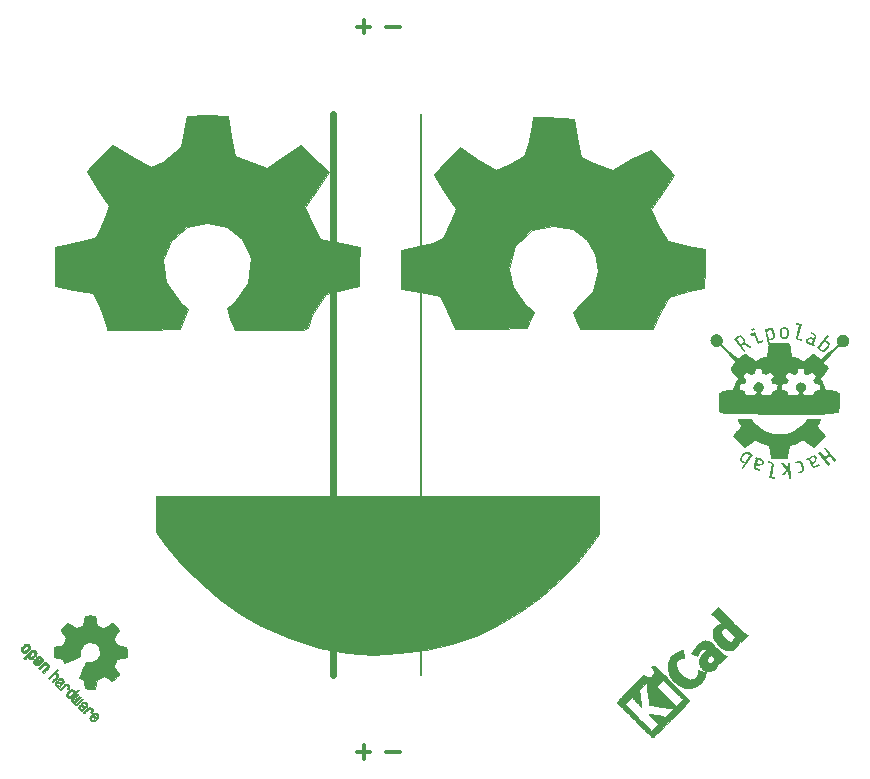
<source format=gto>
G04 #@! TF.GenerationSoftware,KiCad,Pcbnew,no-vcs-found-1773985~61~ubuntu16.04.1*
G04 #@! TF.CreationDate,2018-02-01T00:18:09+01:00*
G04 #@! TF.ProjectId,ripolab_protroboard_v2,7269706F6C61625F70726F74726F626F,rev?*
G04 #@! TF.SameCoordinates,Original*
G04 #@! TF.FileFunction,Legend,Top*
G04 #@! TF.FilePolarity,Positive*
%FSLAX46Y46*%
G04 Gerber Fmt 4.6, Leading zero omitted, Abs format (unit mm)*
G04 Created by KiCad (PCBNEW no-vcs-found-1773985~61~ubuntu16.04.1) date Thu Feb  1 00:18:09 2018*
%MOMM*%
%LPD*%
G01*
G04 APERTURE LIST*
%ADD10C,0.600000*%
%ADD11C,0.200000*%
%ADD12C,0.300000*%
%ADD13C,0.010000*%
%ADD14C,0.007056*%
%ADD15C,0.014111*%
%ADD16C,0.020000*%
G04 APERTURE END LIST*
D10*
X140000000Y-75000000D02*
X140000000Y-122500000D01*
D11*
X147500000Y-75000000D02*
X147500000Y-122500000D01*
D12*
X142029231Y-67607242D02*
X143172088Y-67607242D01*
X142600660Y-68178671D02*
X142600660Y-67035814D01*
X144529231Y-67607242D02*
X145672088Y-67607242D01*
X142029231Y-129007242D02*
X143172088Y-129007242D01*
X142600660Y-129578671D02*
X142600660Y-128435814D01*
X144529231Y-129007242D02*
X145672088Y-129007242D01*
D13*
G36*
X121723847Y-118473970D02*
X121798203Y-118549145D01*
X121851203Y-118604360D01*
X121885986Y-118643456D01*
X121905691Y-118670266D01*
X121913455Y-118688628D01*
X121912419Y-118702377D01*
X121905721Y-118715349D01*
X121904752Y-118716928D01*
X121886543Y-118744667D01*
X121850033Y-118798819D01*
X121799130Y-118873638D01*
X121737742Y-118963384D01*
X121669774Y-119062313D01*
X121667384Y-119065785D01*
X121601112Y-119163071D01*
X121543366Y-119249834D01*
X121497544Y-119320803D01*
X121467043Y-119370711D01*
X121455259Y-119394285D01*
X121455227Y-119394880D01*
X121463961Y-119420880D01*
X121485381Y-119471073D01*
X121514861Y-119534620D01*
X121515028Y-119534970D01*
X121551594Y-119615580D01*
X121592613Y-119712706D01*
X121629515Y-119806021D01*
X121631202Y-119810496D01*
X121689118Y-119964673D01*
X122084300Y-120039139D01*
X122205223Y-120062290D01*
X122314181Y-120083840D01*
X122404910Y-120102495D01*
X122471143Y-120116959D01*
X122506614Y-120125938D01*
X122509707Y-120127065D01*
X122521484Y-120147591D01*
X122530547Y-120198860D01*
X122537076Y-120283047D01*
X122541252Y-120402322D01*
X122543038Y-120526562D01*
X122543449Y-120647640D01*
X122542760Y-120757063D01*
X122541097Y-120848157D01*
X122538587Y-120914248D01*
X122535358Y-120948665D01*
X122534969Y-120950213D01*
X122523775Y-120964855D01*
X122496187Y-120979455D01*
X122447749Y-120995259D01*
X122374007Y-121013511D01*
X122270510Y-121035454D01*
X122135409Y-121061838D01*
X122016099Y-121084663D01*
X121909235Y-121105278D01*
X121821007Y-121122474D01*
X121757611Y-121135044D01*
X121725238Y-121141778D01*
X121723104Y-121142299D01*
X121705934Y-121162598D01*
X121681386Y-121210876D01*
X121653978Y-121277888D01*
X121645958Y-121300021D01*
X121609587Y-121397982D01*
X121566230Y-121507046D01*
X121526977Y-121599675D01*
X121497266Y-121667848D01*
X121475347Y-121720316D01*
X121464735Y-121748582D01*
X121464333Y-121751177D01*
X121478087Y-121769892D01*
X121509556Y-121814958D01*
X121554621Y-121880318D01*
X121609162Y-121959916D01*
X121669058Y-122047697D01*
X121730189Y-122137606D01*
X121788433Y-122223586D01*
X121839672Y-122299581D01*
X121879785Y-122359537D01*
X121904651Y-122397395D01*
X121910507Y-122406925D01*
X121913919Y-122419404D01*
X121909679Y-122435640D01*
X121894599Y-122459360D01*
X121865494Y-122494288D01*
X121819179Y-122544152D01*
X121752465Y-122612676D01*
X121662168Y-122703586D01*
X121625046Y-122740740D01*
X121323010Y-123042776D01*
X121236161Y-122984560D01*
X121188044Y-122951969D01*
X121116494Y-122903082D01*
X121030202Y-122843855D01*
X120937858Y-122780245D01*
X120912358Y-122762638D01*
X120826413Y-122704673D01*
X120749970Y-122655746D01*
X120689569Y-122619844D01*
X120651742Y-122600955D01*
X120644196Y-122599053D01*
X120612611Y-122607438D01*
X120557254Y-122629533D01*
X120488975Y-122660926D01*
X120474581Y-122668002D01*
X120383850Y-122710387D01*
X120278747Y-122755480D01*
X120181946Y-122793555D01*
X120181488Y-122793723D01*
X120026800Y-122850615D01*
X119875324Y-123645378D01*
X119462012Y-123645722D01*
X119338004Y-123644827D01*
X119226780Y-123642129D01*
X119134437Y-123637930D01*
X119067070Y-123632533D01*
X119030776Y-123626240D01*
X119026770Y-123624137D01*
X119016331Y-123598707D01*
X119000573Y-123541275D01*
X118981023Y-123458308D01*
X118959207Y-123356276D01*
X118937174Y-123244409D01*
X118915040Y-123130643D01*
X118894323Y-123030191D01*
X118876418Y-122949355D01*
X118862719Y-122894433D01*
X118854671Y-122871775D01*
X118829759Y-122859226D01*
X118777951Y-122839997D01*
X118709959Y-122818030D01*
X118702633Y-122815820D01*
X118611682Y-122785626D01*
X118555249Y-122758988D01*
X118529257Y-122733313D01*
X118529635Y-122706008D01*
X118529750Y-122705735D01*
X118539412Y-122682613D01*
X118562274Y-122627650D01*
X118596567Y-122545102D01*
X118640527Y-122439225D01*
X118692383Y-122314277D01*
X118750372Y-122174513D01*
X118806503Y-122039184D01*
X118868629Y-121890022D01*
X118926537Y-121752200D01*
X118978425Y-121629915D01*
X119022489Y-121527366D01*
X119056928Y-121448749D01*
X119079941Y-121398263D01*
X119089422Y-121380315D01*
X119115771Y-121375199D01*
X119168615Y-121377893D01*
X119233289Y-121387278D01*
X119426170Y-121405304D01*
X119608811Y-121387518D01*
X119778110Y-121335043D01*
X119930970Y-121249001D01*
X120064291Y-121130517D01*
X120117011Y-121067013D01*
X120208199Y-120917066D01*
X120264069Y-120759995D01*
X120286712Y-120599993D01*
X120278216Y-120441243D01*
X120240668Y-120287936D01*
X120176158Y-120144261D01*
X120086773Y-120014406D01*
X119974602Y-119902558D01*
X119841732Y-119812908D01*
X119690252Y-119749643D01*
X119522251Y-119716951D01*
X119442105Y-119713331D01*
X119263527Y-119731255D01*
X119100229Y-119782692D01*
X118954971Y-119864141D01*
X118830509Y-119972099D01*
X118729601Y-120103063D01*
X118655004Y-120253534D01*
X118609476Y-120420006D01*
X118595774Y-120598980D01*
X118612722Y-120766711D01*
X118622367Y-120833993D01*
X118624736Y-120885966D01*
X118619661Y-120910602D01*
X118598341Y-120921679D01*
X118545076Y-120945814D01*
X118464065Y-120981204D01*
X118359507Y-121026047D01*
X118235598Y-121078540D01*
X118096538Y-121136885D01*
X117960683Y-121193411D01*
X117811188Y-121255384D01*
X117672674Y-121312832D01*
X117549397Y-121363984D01*
X117445612Y-121407075D01*
X117365574Y-121440339D01*
X117313540Y-121462007D01*
X117294155Y-121470140D01*
X117266886Y-121470828D01*
X117241220Y-121445081D01*
X117214582Y-121388852D01*
X117184401Y-121298103D01*
X117184180Y-121297367D01*
X117162155Y-121228338D01*
X117142472Y-121174417D01*
X117129072Y-121146312D01*
X117128224Y-121145328D01*
X117105144Y-121137164D01*
X117049915Y-121123413D01*
X116968839Y-121105471D01*
X116868214Y-121084731D01*
X116755591Y-121062826D01*
X116641183Y-121040270D01*
X116539521Y-121018490D01*
X116457074Y-120999011D01*
X116400313Y-120983360D01*
X116375863Y-120973230D01*
X116369353Y-120947898D01*
X116363644Y-120889588D01*
X116359038Y-120804394D01*
X116355838Y-120698410D01*
X116354346Y-120577731D01*
X116354277Y-120537846D01*
X116354622Y-120124392D01*
X116742581Y-120050875D01*
X116861218Y-120027798D01*
X116966746Y-120006140D01*
X117053128Y-119987230D01*
X117114327Y-119972403D01*
X117144307Y-119962987D01*
X117146010Y-119961887D01*
X117159156Y-119937899D01*
X117181924Y-119885972D01*
X117210578Y-119814885D01*
X117229074Y-119766606D01*
X117265152Y-119674841D01*
X117303509Y-119584041D01*
X117337744Y-119509147D01*
X117348844Y-119487001D01*
X117377544Y-119426923D01*
X117396505Y-119377288D01*
X117401043Y-119355900D01*
X117390387Y-119329377D01*
X117361059Y-119277556D01*
X117317051Y-119206979D01*
X117262353Y-119124183D01*
X117237362Y-119087642D01*
X117173591Y-118995158D01*
X117112552Y-118906318D01*
X117060203Y-118829811D01*
X117022498Y-118774329D01*
X117015440Y-118763839D01*
X116957224Y-118676990D01*
X117259260Y-118374954D01*
X117358739Y-118275800D01*
X117434550Y-118201327D01*
X117490418Y-118148347D01*
X117530068Y-118113676D01*
X117557226Y-118094128D01*
X117575619Y-118086516D01*
X117588971Y-118087653D01*
X117593075Y-118089493D01*
X117615020Y-118103406D01*
X117662641Y-118135001D01*
X117729884Y-118180159D01*
X117810692Y-118234759D01*
X117899009Y-118294682D01*
X117988781Y-118355805D01*
X118073950Y-118414011D01*
X118148460Y-118465176D01*
X118206257Y-118505183D01*
X118241284Y-118529909D01*
X118248822Y-118535666D01*
X118266761Y-118529772D01*
X118311837Y-118511359D01*
X118375550Y-118483940D01*
X118400325Y-118473023D01*
X118497220Y-118432024D01*
X118606306Y-118388761D01*
X118699978Y-118354041D01*
X118770754Y-118326644D01*
X118825519Y-118300737D01*
X118855037Y-118280853D01*
X118857580Y-118276774D01*
X118863029Y-118250964D01*
X118874546Y-118192958D01*
X118890923Y-118108950D01*
X118910954Y-118005138D01*
X118933432Y-117887720D01*
X118937853Y-117864527D01*
X118964578Y-117727641D01*
X118986383Y-117624860D01*
X119004522Y-117551700D01*
X119020247Y-117503679D01*
X119034812Y-117476315D01*
X119049471Y-117465126D01*
X119049598Y-117465088D01*
X119080233Y-117461771D01*
X119143263Y-117459161D01*
X119232012Y-117457387D01*
X119339802Y-117456577D01*
X119459958Y-117456860D01*
X119473438Y-117456962D01*
X119622820Y-117459360D01*
X119735349Y-117463964D01*
X119813197Y-117470955D01*
X119858536Y-117480512D01*
X119872935Y-117490292D01*
X119880506Y-117518010D01*
X119893853Y-117577894D01*
X119911681Y-117663678D01*
X119932695Y-117769095D01*
X119955600Y-117887881D01*
X119960861Y-117915699D01*
X120035327Y-118310882D01*
X120189504Y-118368798D01*
X120282045Y-118405240D01*
X120379479Y-118446256D01*
X120461482Y-118483275D01*
X120465029Y-118484971D01*
X120528618Y-118514481D01*
X120578910Y-118535956D01*
X120605066Y-118544768D01*
X120605120Y-118544773D01*
X120626342Y-118534646D01*
X120674322Y-118505527D01*
X120743789Y-118460815D01*
X120829474Y-118403905D01*
X120926107Y-118338194D01*
X120934215Y-118332616D01*
X121033356Y-118264492D01*
X121123511Y-118202814D01*
X121198935Y-118151489D01*
X121253887Y-118114424D01*
X121282623Y-118095525D01*
X121283072Y-118095248D01*
X121296198Y-118088109D01*
X121309668Y-118086280D01*
X121327320Y-118092899D01*
X121352989Y-118111106D01*
X121390513Y-118144038D01*
X121443727Y-118194834D01*
X121516467Y-118266633D01*
X121612570Y-118362575D01*
X121624998Y-118375002D01*
X121723847Y-118473970D01*
X121723847Y-118473970D01*
G37*
X121723847Y-118473970D02*
X121798203Y-118549145D01*
X121851203Y-118604360D01*
X121885986Y-118643456D01*
X121905691Y-118670266D01*
X121913455Y-118688628D01*
X121912419Y-118702377D01*
X121905721Y-118715349D01*
X121904752Y-118716928D01*
X121886543Y-118744667D01*
X121850033Y-118798819D01*
X121799130Y-118873638D01*
X121737742Y-118963384D01*
X121669774Y-119062313D01*
X121667384Y-119065785D01*
X121601112Y-119163071D01*
X121543366Y-119249834D01*
X121497544Y-119320803D01*
X121467043Y-119370711D01*
X121455259Y-119394285D01*
X121455227Y-119394880D01*
X121463961Y-119420880D01*
X121485381Y-119471073D01*
X121514861Y-119534620D01*
X121515028Y-119534970D01*
X121551594Y-119615580D01*
X121592613Y-119712706D01*
X121629515Y-119806021D01*
X121631202Y-119810496D01*
X121689118Y-119964673D01*
X122084300Y-120039139D01*
X122205223Y-120062290D01*
X122314181Y-120083840D01*
X122404910Y-120102495D01*
X122471143Y-120116959D01*
X122506614Y-120125938D01*
X122509707Y-120127065D01*
X122521484Y-120147591D01*
X122530547Y-120198860D01*
X122537076Y-120283047D01*
X122541252Y-120402322D01*
X122543038Y-120526562D01*
X122543449Y-120647640D01*
X122542760Y-120757063D01*
X122541097Y-120848157D01*
X122538587Y-120914248D01*
X122535358Y-120948665D01*
X122534969Y-120950213D01*
X122523775Y-120964855D01*
X122496187Y-120979455D01*
X122447749Y-120995259D01*
X122374007Y-121013511D01*
X122270510Y-121035454D01*
X122135409Y-121061838D01*
X122016099Y-121084663D01*
X121909235Y-121105278D01*
X121821007Y-121122474D01*
X121757611Y-121135044D01*
X121725238Y-121141778D01*
X121723104Y-121142299D01*
X121705934Y-121162598D01*
X121681386Y-121210876D01*
X121653978Y-121277888D01*
X121645958Y-121300021D01*
X121609587Y-121397982D01*
X121566230Y-121507046D01*
X121526977Y-121599675D01*
X121497266Y-121667848D01*
X121475347Y-121720316D01*
X121464735Y-121748582D01*
X121464333Y-121751177D01*
X121478087Y-121769892D01*
X121509556Y-121814958D01*
X121554621Y-121880318D01*
X121609162Y-121959916D01*
X121669058Y-122047697D01*
X121730189Y-122137606D01*
X121788433Y-122223586D01*
X121839672Y-122299581D01*
X121879785Y-122359537D01*
X121904651Y-122397395D01*
X121910507Y-122406925D01*
X121913919Y-122419404D01*
X121909679Y-122435640D01*
X121894599Y-122459360D01*
X121865494Y-122494288D01*
X121819179Y-122544152D01*
X121752465Y-122612676D01*
X121662168Y-122703586D01*
X121625046Y-122740740D01*
X121323010Y-123042776D01*
X121236161Y-122984560D01*
X121188044Y-122951969D01*
X121116494Y-122903082D01*
X121030202Y-122843855D01*
X120937858Y-122780245D01*
X120912358Y-122762638D01*
X120826413Y-122704673D01*
X120749970Y-122655746D01*
X120689569Y-122619844D01*
X120651742Y-122600955D01*
X120644196Y-122599053D01*
X120612611Y-122607438D01*
X120557254Y-122629533D01*
X120488975Y-122660926D01*
X120474581Y-122668002D01*
X120383850Y-122710387D01*
X120278747Y-122755480D01*
X120181946Y-122793555D01*
X120181488Y-122793723D01*
X120026800Y-122850615D01*
X119875324Y-123645378D01*
X119462012Y-123645722D01*
X119338004Y-123644827D01*
X119226780Y-123642129D01*
X119134437Y-123637930D01*
X119067070Y-123632533D01*
X119030776Y-123626240D01*
X119026770Y-123624137D01*
X119016331Y-123598707D01*
X119000573Y-123541275D01*
X118981023Y-123458308D01*
X118959207Y-123356276D01*
X118937174Y-123244409D01*
X118915040Y-123130643D01*
X118894323Y-123030191D01*
X118876418Y-122949355D01*
X118862719Y-122894433D01*
X118854671Y-122871775D01*
X118829759Y-122859226D01*
X118777951Y-122839997D01*
X118709959Y-122818030D01*
X118702633Y-122815820D01*
X118611682Y-122785626D01*
X118555249Y-122758988D01*
X118529257Y-122733313D01*
X118529635Y-122706008D01*
X118529750Y-122705735D01*
X118539412Y-122682613D01*
X118562274Y-122627650D01*
X118596567Y-122545102D01*
X118640527Y-122439225D01*
X118692383Y-122314277D01*
X118750372Y-122174513D01*
X118806503Y-122039184D01*
X118868629Y-121890022D01*
X118926537Y-121752200D01*
X118978425Y-121629915D01*
X119022489Y-121527366D01*
X119056928Y-121448749D01*
X119079941Y-121398263D01*
X119089422Y-121380315D01*
X119115771Y-121375199D01*
X119168615Y-121377893D01*
X119233289Y-121387278D01*
X119426170Y-121405304D01*
X119608811Y-121387518D01*
X119778110Y-121335043D01*
X119930970Y-121249001D01*
X120064291Y-121130517D01*
X120117011Y-121067013D01*
X120208199Y-120917066D01*
X120264069Y-120759995D01*
X120286712Y-120599993D01*
X120278216Y-120441243D01*
X120240668Y-120287936D01*
X120176158Y-120144261D01*
X120086773Y-120014406D01*
X119974602Y-119902558D01*
X119841732Y-119812908D01*
X119690252Y-119749643D01*
X119522251Y-119716951D01*
X119442105Y-119713331D01*
X119263527Y-119731255D01*
X119100229Y-119782692D01*
X118954971Y-119864141D01*
X118830509Y-119972099D01*
X118729601Y-120103063D01*
X118655004Y-120253534D01*
X118609476Y-120420006D01*
X118595774Y-120598980D01*
X118612722Y-120766711D01*
X118622367Y-120833993D01*
X118624736Y-120885966D01*
X118619661Y-120910602D01*
X118598341Y-120921679D01*
X118545076Y-120945814D01*
X118464065Y-120981204D01*
X118359507Y-121026047D01*
X118235598Y-121078540D01*
X118096538Y-121136885D01*
X117960683Y-121193411D01*
X117811188Y-121255384D01*
X117672674Y-121312832D01*
X117549397Y-121363984D01*
X117445612Y-121407075D01*
X117365574Y-121440339D01*
X117313540Y-121462007D01*
X117294155Y-121470140D01*
X117266886Y-121470828D01*
X117241220Y-121445081D01*
X117214582Y-121388852D01*
X117184401Y-121298103D01*
X117184180Y-121297367D01*
X117162155Y-121228338D01*
X117142472Y-121174417D01*
X117129072Y-121146312D01*
X117128224Y-121145328D01*
X117105144Y-121137164D01*
X117049915Y-121123413D01*
X116968839Y-121105471D01*
X116868214Y-121084731D01*
X116755591Y-121062826D01*
X116641183Y-121040270D01*
X116539521Y-121018490D01*
X116457074Y-120999011D01*
X116400313Y-120983360D01*
X116375863Y-120973230D01*
X116369353Y-120947898D01*
X116363644Y-120889588D01*
X116359038Y-120804394D01*
X116355838Y-120698410D01*
X116354346Y-120577731D01*
X116354277Y-120537846D01*
X116354622Y-120124392D01*
X116742581Y-120050875D01*
X116861218Y-120027798D01*
X116966746Y-120006140D01*
X117053128Y-119987230D01*
X117114327Y-119972403D01*
X117144307Y-119962987D01*
X117146010Y-119961887D01*
X117159156Y-119937899D01*
X117181924Y-119885972D01*
X117210578Y-119814885D01*
X117229074Y-119766606D01*
X117265152Y-119674841D01*
X117303509Y-119584041D01*
X117337744Y-119509147D01*
X117348844Y-119487001D01*
X117377544Y-119426923D01*
X117396505Y-119377288D01*
X117401043Y-119355900D01*
X117390387Y-119329377D01*
X117361059Y-119277556D01*
X117317051Y-119206979D01*
X117262353Y-119124183D01*
X117237362Y-119087642D01*
X117173591Y-118995158D01*
X117112552Y-118906318D01*
X117060203Y-118829811D01*
X117022498Y-118774329D01*
X117015440Y-118763839D01*
X116957224Y-118676990D01*
X117259260Y-118374954D01*
X117358739Y-118275800D01*
X117434550Y-118201327D01*
X117490418Y-118148347D01*
X117530068Y-118113676D01*
X117557226Y-118094128D01*
X117575619Y-118086516D01*
X117588971Y-118087653D01*
X117593075Y-118089493D01*
X117615020Y-118103406D01*
X117662641Y-118135001D01*
X117729884Y-118180159D01*
X117810692Y-118234759D01*
X117899009Y-118294682D01*
X117988781Y-118355805D01*
X118073950Y-118414011D01*
X118148460Y-118465176D01*
X118206257Y-118505183D01*
X118241284Y-118529909D01*
X118248822Y-118535666D01*
X118266761Y-118529772D01*
X118311837Y-118511359D01*
X118375550Y-118483940D01*
X118400325Y-118473023D01*
X118497220Y-118432024D01*
X118606306Y-118388761D01*
X118699978Y-118354041D01*
X118770754Y-118326644D01*
X118825519Y-118300737D01*
X118855037Y-118280853D01*
X118857580Y-118276774D01*
X118863029Y-118250964D01*
X118874546Y-118192958D01*
X118890923Y-118108950D01*
X118910954Y-118005138D01*
X118933432Y-117887720D01*
X118937853Y-117864527D01*
X118964578Y-117727641D01*
X118986383Y-117624860D01*
X119004522Y-117551700D01*
X119020247Y-117503679D01*
X119034812Y-117476315D01*
X119049471Y-117465126D01*
X119049598Y-117465088D01*
X119080233Y-117461771D01*
X119143263Y-117459161D01*
X119232012Y-117457387D01*
X119339802Y-117456577D01*
X119459958Y-117456860D01*
X119473438Y-117456962D01*
X119622820Y-117459360D01*
X119735349Y-117463964D01*
X119813197Y-117470955D01*
X119858536Y-117480512D01*
X119872935Y-117490292D01*
X119880506Y-117518010D01*
X119893853Y-117577894D01*
X119911681Y-117663678D01*
X119932695Y-117769095D01*
X119955600Y-117887881D01*
X119960861Y-117915699D01*
X120035327Y-118310882D01*
X120189504Y-118368798D01*
X120282045Y-118405240D01*
X120379479Y-118446256D01*
X120461482Y-118483275D01*
X120465029Y-118484971D01*
X120528618Y-118514481D01*
X120578910Y-118535956D01*
X120605066Y-118544768D01*
X120605120Y-118544773D01*
X120626342Y-118534646D01*
X120674322Y-118505527D01*
X120743789Y-118460815D01*
X120829474Y-118403905D01*
X120926107Y-118338194D01*
X120934215Y-118332616D01*
X121033356Y-118264492D01*
X121123511Y-118202814D01*
X121198935Y-118151489D01*
X121253887Y-118114424D01*
X121282623Y-118095525D01*
X121283072Y-118095248D01*
X121296198Y-118088109D01*
X121309668Y-118086280D01*
X121327320Y-118092899D01*
X121352989Y-118111106D01*
X121390513Y-118144038D01*
X121443727Y-118194834D01*
X121516467Y-118266633D01*
X121612570Y-118362575D01*
X121624998Y-118375002D01*
X121723847Y-118473970D01*
G36*
X120129522Y-125874131D02*
X120148459Y-125964518D01*
X120142843Y-126022865D01*
X120105696Y-126101787D01*
X120061432Y-126149368D01*
X119996271Y-126207014D01*
X119792675Y-126127385D01*
X119692153Y-126090197D01*
X119621688Y-126070681D01*
X119576230Y-126069352D01*
X119550726Y-126086725D01*
X119540126Y-126123316D01*
X119538815Y-126153285D01*
X119555430Y-126220062D01*
X119599022Y-126267170D01*
X119660219Y-126289273D01*
X119729647Y-126281039D01*
X119748832Y-126272799D01*
X119817869Y-126256186D01*
X119866278Y-126268091D01*
X119923257Y-126293843D01*
X119864063Y-126353037D01*
X119820125Y-126389661D01*
X119771831Y-126409305D01*
X119702805Y-126418282D01*
X119693274Y-126418888D01*
X119625178Y-126420189D01*
X119577848Y-126410103D01*
X119533366Y-126382753D01*
X119500785Y-126355784D01*
X119446829Y-126303225D01*
X119417773Y-126256456D01*
X119407272Y-126219655D01*
X119399015Y-126153566D01*
X119404558Y-126096562D01*
X119427604Y-126040947D01*
X119471861Y-125979026D01*
X119541034Y-125903104D01*
X119577586Y-125866013D01*
X119622645Y-125822786D01*
X119706062Y-125906203D01*
X119683349Y-125930851D01*
X119681881Y-125937141D01*
X119703063Y-125947785D01*
X119751251Y-125968086D01*
X119816843Y-125994031D01*
X119830674Y-125999340D01*
X119917929Y-126027770D01*
X119975648Y-126033787D01*
X120006864Y-126016578D01*
X120014612Y-125975326D01*
X120011602Y-125950666D01*
X119983330Y-125879094D01*
X119933027Y-125835946D01*
X119867484Y-125823253D01*
X119793489Y-125843051D01*
X119747577Y-125871587D01*
X119706062Y-125906203D01*
X119622645Y-125822786D01*
X119665395Y-125781774D01*
X119735619Y-125724705D01*
X119794995Y-125691390D01*
X119850259Y-125678411D01*
X119908146Y-125682353D01*
X119930341Y-125687115D01*
X120014267Y-125725638D01*
X120082726Y-125791241D01*
X120129522Y-125874131D01*
X120129522Y-125874131D01*
G37*
X120129522Y-125874131D02*
X120148459Y-125964518D01*
X120142843Y-126022865D01*
X120105696Y-126101787D01*
X120061432Y-126149368D01*
X119996271Y-126207014D01*
X119792675Y-126127385D01*
X119692153Y-126090197D01*
X119621688Y-126070681D01*
X119576230Y-126069352D01*
X119550726Y-126086725D01*
X119540126Y-126123316D01*
X119538815Y-126153285D01*
X119555430Y-126220062D01*
X119599022Y-126267170D01*
X119660219Y-126289273D01*
X119729647Y-126281039D01*
X119748832Y-126272799D01*
X119817869Y-126256186D01*
X119866278Y-126268091D01*
X119923257Y-126293843D01*
X119864063Y-126353037D01*
X119820125Y-126389661D01*
X119771831Y-126409305D01*
X119702805Y-126418282D01*
X119693274Y-126418888D01*
X119625178Y-126420189D01*
X119577848Y-126410103D01*
X119533366Y-126382753D01*
X119500785Y-126355784D01*
X119446829Y-126303225D01*
X119417773Y-126256456D01*
X119407272Y-126219655D01*
X119399015Y-126153566D01*
X119404558Y-126096562D01*
X119427604Y-126040947D01*
X119471861Y-125979026D01*
X119541034Y-125903104D01*
X119577586Y-125866013D01*
X119622645Y-125822786D01*
X119706062Y-125906203D01*
X119683349Y-125930851D01*
X119681881Y-125937141D01*
X119703063Y-125947785D01*
X119751251Y-125968086D01*
X119816843Y-125994031D01*
X119830674Y-125999340D01*
X119917929Y-126027770D01*
X119975648Y-126033787D01*
X120006864Y-126016578D01*
X120014612Y-125975326D01*
X120011602Y-125950666D01*
X119983330Y-125879094D01*
X119933027Y-125835946D01*
X119867484Y-125823253D01*
X119793489Y-125843051D01*
X119747577Y-125871587D01*
X119706062Y-125906203D01*
X119622645Y-125822786D01*
X119665395Y-125781774D01*
X119735619Y-125724705D01*
X119794995Y-125691390D01*
X119850259Y-125678411D01*
X119908146Y-125682353D01*
X119930341Y-125687115D01*
X120014267Y-125725638D01*
X120082726Y-125791241D01*
X120129522Y-125874131D01*
G36*
X119660455Y-125389428D02*
X119669752Y-125413159D01*
X119677951Y-125483790D01*
X119666520Y-125562632D01*
X119639197Y-125631645D01*
X119618843Y-125658784D01*
X119574315Y-125680563D01*
X119531822Y-125673156D01*
X119494449Y-125657027D01*
X119480243Y-125646735D01*
X119488484Y-125626566D01*
X119507617Y-125583877D01*
X119516418Y-125564743D01*
X119535759Y-125487454D01*
X119517907Y-125421406D01*
X119463376Y-125368358D01*
X119458443Y-125365323D01*
X119416110Y-125350221D01*
X119368454Y-125355653D01*
X119311301Y-125383966D01*
X119240476Y-125437510D01*
X119151807Y-125518634D01*
X119106280Y-125563454D01*
X119034895Y-125634487D01*
X118985202Y-125681881D01*
X118951300Y-125709666D01*
X118927290Y-125721872D01*
X118907271Y-125722531D01*
X118885345Y-125715673D01*
X118884133Y-125715221D01*
X118844699Y-125699223D01*
X118826653Y-125689807D01*
X118837589Y-125674650D01*
X118871843Y-125636785D01*
X118924928Y-125580955D01*
X118992358Y-125511908D01*
X119042133Y-125461811D01*
X119139588Y-125366000D01*
X119216112Y-125295907D01*
X119277109Y-125248373D01*
X119327981Y-125220244D01*
X119374131Y-125208364D01*
X119420963Y-125209576D01*
X119460604Y-125217378D01*
X119538832Y-125253230D01*
X119609995Y-125314836D01*
X119660455Y-125389428D01*
X119660455Y-125389428D01*
G37*
X119660455Y-125389428D02*
X119669752Y-125413159D01*
X119677951Y-125483790D01*
X119666520Y-125562632D01*
X119639197Y-125631645D01*
X119618843Y-125658784D01*
X119574315Y-125680563D01*
X119531822Y-125673156D01*
X119494449Y-125657027D01*
X119480243Y-125646735D01*
X119488484Y-125626566D01*
X119507617Y-125583877D01*
X119516418Y-125564743D01*
X119535759Y-125487454D01*
X119517907Y-125421406D01*
X119463376Y-125368358D01*
X119458443Y-125365323D01*
X119416110Y-125350221D01*
X119368454Y-125355653D01*
X119311301Y-125383966D01*
X119240476Y-125437510D01*
X119151807Y-125518634D01*
X119106280Y-125563454D01*
X119034895Y-125634487D01*
X118985202Y-125681881D01*
X118951300Y-125709666D01*
X118927290Y-125721872D01*
X118907271Y-125722531D01*
X118885345Y-125715673D01*
X118884133Y-125715221D01*
X118844699Y-125699223D01*
X118826653Y-125689807D01*
X118837589Y-125674650D01*
X118871843Y-125636785D01*
X118924928Y-125580955D01*
X118992358Y-125511908D01*
X119042133Y-125461811D01*
X119139588Y-125366000D01*
X119216112Y-125295907D01*
X119277109Y-125248373D01*
X119327981Y-125220244D01*
X119374131Y-125208364D01*
X119420963Y-125209576D01*
X119460604Y-125217378D01*
X119538832Y-125253230D01*
X119609995Y-125314836D01*
X119660455Y-125389428D01*
G36*
X119179467Y-124903838D02*
X119201153Y-124961712D01*
X119210451Y-125014861D01*
X119208813Y-125062255D01*
X119192982Y-125109675D01*
X119159703Y-125162906D01*
X119105720Y-125227729D01*
X119027775Y-125309929D01*
X118975272Y-125362882D01*
X118769567Y-125568587D01*
X118718344Y-125549432D01*
X118678909Y-125533433D01*
X118660863Y-125524017D01*
X118671077Y-125508550D01*
X118703614Y-125471844D01*
X118752893Y-125420014D01*
X118792763Y-125379602D01*
X118849591Y-125320445D01*
X118892458Y-125271300D01*
X118916047Y-125238544D01*
X118918393Y-125228916D01*
X118887804Y-125210554D01*
X118833701Y-125187814D01*
X118767953Y-125164582D01*
X118702432Y-125144749D01*
X118649008Y-125132204D01*
X118619552Y-125130838D01*
X118619339Y-125130928D01*
X118594672Y-125158247D01*
X118581746Y-125194947D01*
X118582461Y-125235971D01*
X118606180Y-125273171D01*
X118632999Y-125298419D01*
X118670447Y-125334711D01*
X118681162Y-125362702D01*
X118669964Y-125397148D01*
X118667126Y-125402917D01*
X118639617Y-125440503D01*
X118606380Y-125446790D01*
X118561838Y-125421086D01*
X118522156Y-125384887D01*
X118466793Y-125303701D01*
X118449891Y-125249917D01*
X118449561Y-125162948D01*
X118479584Y-125086625D01*
X118533693Y-125028362D01*
X118605616Y-124995571D01*
X118667856Y-124992195D01*
X118715609Y-125003212D01*
X118785050Y-125026145D01*
X118862454Y-125056385D01*
X118875029Y-125061754D01*
X118960238Y-125094783D01*
X119017313Y-125105869D01*
X119051132Y-125093970D01*
X119066578Y-125058046D01*
X119069079Y-125020391D01*
X119052255Y-124954126D01*
X119008398Y-124906560D01*
X118947427Y-124883689D01*
X118879262Y-124891511D01*
X118865501Y-124897353D01*
X118806392Y-124910349D01*
X118745967Y-124903454D01*
X118681527Y-124882943D01*
X118743810Y-124820660D01*
X118784365Y-124785106D01*
X118825077Y-124765832D01*
X118880845Y-124757599D01*
X118928310Y-124755766D01*
X118998690Y-124756343D01*
X119045005Y-124765160D01*
X119082133Y-124787246D01*
X119116889Y-124819518D01*
X119179467Y-124903838D01*
X119179467Y-124903838D01*
G37*
X119179467Y-124903838D02*
X119201153Y-124961712D01*
X119210451Y-125014861D01*
X119208813Y-125062255D01*
X119192982Y-125109675D01*
X119159703Y-125162906D01*
X119105720Y-125227729D01*
X119027775Y-125309929D01*
X118975272Y-125362882D01*
X118769567Y-125568587D01*
X118718344Y-125549432D01*
X118678909Y-125533433D01*
X118660863Y-125524017D01*
X118671077Y-125508550D01*
X118703614Y-125471844D01*
X118752893Y-125420014D01*
X118792763Y-125379602D01*
X118849591Y-125320445D01*
X118892458Y-125271300D01*
X118916047Y-125238544D01*
X118918393Y-125228916D01*
X118887804Y-125210554D01*
X118833701Y-125187814D01*
X118767953Y-125164582D01*
X118702432Y-125144749D01*
X118649008Y-125132204D01*
X118619552Y-125130838D01*
X118619339Y-125130928D01*
X118594672Y-125158247D01*
X118581746Y-125194947D01*
X118582461Y-125235971D01*
X118606180Y-125273171D01*
X118632999Y-125298419D01*
X118670447Y-125334711D01*
X118681162Y-125362702D01*
X118669964Y-125397148D01*
X118667126Y-125402917D01*
X118639617Y-125440503D01*
X118606380Y-125446790D01*
X118561838Y-125421086D01*
X118522156Y-125384887D01*
X118466793Y-125303701D01*
X118449891Y-125249917D01*
X118449561Y-125162948D01*
X118479584Y-125086625D01*
X118533693Y-125028362D01*
X118605616Y-124995571D01*
X118667856Y-124992195D01*
X118715609Y-125003212D01*
X118785050Y-125026145D01*
X118862454Y-125056385D01*
X118875029Y-125061754D01*
X118960238Y-125094783D01*
X119017313Y-125105869D01*
X119051132Y-125093970D01*
X119066578Y-125058046D01*
X119069079Y-125020391D01*
X119052255Y-124954126D01*
X119008398Y-124906560D01*
X118947427Y-124883689D01*
X118879262Y-124891511D01*
X118865501Y-124897353D01*
X118806392Y-124910349D01*
X118745967Y-124903454D01*
X118681527Y-124882943D01*
X118743810Y-124820660D01*
X118784365Y-124785106D01*
X118825077Y-124765832D01*
X118880845Y-124757599D01*
X118928310Y-124755766D01*
X118998690Y-124756343D01*
X119045005Y-124765160D01*
X119082133Y-124787246D01*
X119116889Y-124819518D01*
X119179467Y-124903838D01*
G36*
X118829776Y-124558579D02*
X118795535Y-124597037D01*
X118741945Y-124653931D01*
X118673240Y-124724760D01*
X118600405Y-124798276D01*
X118352784Y-125045898D01*
X118265343Y-125045898D01*
X118208274Y-125042710D01*
X118170914Y-125027175D01*
X118135457Y-124990337D01*
X118122866Y-124974231D01*
X118083133Y-124924269D01*
X118048970Y-124884244D01*
X118040199Y-124874931D01*
X118007945Y-124846219D01*
X117959904Y-124807067D01*
X117940899Y-124792264D01*
X117896131Y-124753995D01*
X117875289Y-124719035D01*
X117869414Y-124669577D01*
X117869232Y-124649787D01*
X117869232Y-124562346D01*
X118332408Y-124099170D01*
X118383630Y-124118326D01*
X118425807Y-124136751D01*
X118447692Y-124150321D01*
X118439098Y-124168006D01*
X118406634Y-124208967D01*
X118354076Y-124268862D01*
X118285198Y-124343349D01*
X118225990Y-124405263D01*
X117991448Y-124647366D01*
X118019763Y-124685006D01*
X118053016Y-124711738D01*
X118078267Y-124715879D01*
X118102111Y-124700252D01*
X118147657Y-124661721D01*
X118209299Y-124605334D01*
X118281432Y-124536139D01*
X118318010Y-124499986D01*
X118527560Y-124290859D01*
X118586236Y-124319200D01*
X118627343Y-124339682D01*
X118648904Y-124351625D01*
X118649433Y-124352062D01*
X118638041Y-124366815D01*
X118603638Y-124404911D01*
X118550525Y-124461743D01*
X118482997Y-124532702D01*
X118419411Y-124598683D01*
X118184869Y-124840786D01*
X118267763Y-124923681D01*
X118488992Y-124710061D01*
X118710221Y-124496439D01*
X118771530Y-124515953D01*
X118815717Y-124531440D01*
X118839887Y-124542587D01*
X118840432Y-124543061D01*
X118829776Y-124558579D01*
X118829776Y-124558579D01*
G37*
X118829776Y-124558579D02*
X118795535Y-124597037D01*
X118741945Y-124653931D01*
X118673240Y-124724760D01*
X118600405Y-124798276D01*
X118352784Y-125045898D01*
X118265343Y-125045898D01*
X118208274Y-125042710D01*
X118170914Y-125027175D01*
X118135457Y-124990337D01*
X118122866Y-124974231D01*
X118083133Y-124924269D01*
X118048970Y-124884244D01*
X118040199Y-124874931D01*
X118007945Y-124846219D01*
X117959904Y-124807067D01*
X117940899Y-124792264D01*
X117896131Y-124753995D01*
X117875289Y-124719035D01*
X117869414Y-124669577D01*
X117869232Y-124649787D01*
X117869232Y-124562346D01*
X118332408Y-124099170D01*
X118383630Y-124118326D01*
X118425807Y-124136751D01*
X118447692Y-124150321D01*
X118439098Y-124168006D01*
X118406634Y-124208967D01*
X118354076Y-124268862D01*
X118285198Y-124343349D01*
X118225990Y-124405263D01*
X117991448Y-124647366D01*
X118019763Y-124685006D01*
X118053016Y-124711738D01*
X118078267Y-124715879D01*
X118102111Y-124700252D01*
X118147657Y-124661721D01*
X118209299Y-124605334D01*
X118281432Y-124536139D01*
X118318010Y-124499986D01*
X118527560Y-124290859D01*
X118586236Y-124319200D01*
X118627343Y-124339682D01*
X118648904Y-124351625D01*
X118649433Y-124352062D01*
X118638041Y-124366815D01*
X118603638Y-124404911D01*
X118550525Y-124461743D01*
X118482997Y-124532702D01*
X118419411Y-124598683D01*
X118184869Y-124840786D01*
X118267763Y-124923681D01*
X118488992Y-124710061D01*
X118710221Y-124496439D01*
X118771530Y-124515953D01*
X118815717Y-124531440D01*
X118839887Y-124542587D01*
X118840432Y-124543061D01*
X118829776Y-124558579D01*
G36*
X118166881Y-124098804D02*
X118063446Y-124201888D01*
X117983334Y-124280641D01*
X117922451Y-124338585D01*
X117876707Y-124379236D01*
X117842011Y-124406115D01*
X117814270Y-124422738D01*
X117789394Y-124432628D01*
X117773798Y-124436876D01*
X117673001Y-124443692D01*
X117579695Y-124417839D01*
X117501676Y-124364024D01*
X117446737Y-124286948D01*
X117427320Y-124227752D01*
X117420463Y-124152082D01*
X117434362Y-124081938D01*
X117472425Y-124009939D01*
X117538063Y-123928704D01*
X117590833Y-123873725D01*
X117594854Y-123870001D01*
X117691373Y-123966521D01*
X117630183Y-124028889D01*
X117591987Y-124072487D01*
X117571444Y-124105454D01*
X117563213Y-124135928D01*
X117561903Y-124163814D01*
X117578351Y-124236615D01*
X117623858Y-124286938D01*
X117692668Y-124308697D01*
X117699381Y-124309034D01*
X117731006Y-124307496D01*
X117760168Y-124297200D01*
X117794637Y-124272944D01*
X117842188Y-124229526D01*
X117892802Y-124179566D01*
X117955267Y-124115683D01*
X117994480Y-124070608D01*
X118015811Y-124036546D01*
X118024636Y-124005704D01*
X118026143Y-123986144D01*
X118010775Y-123917646D01*
X117965675Y-123866157D01*
X117899287Y-123840351D01*
X117882858Y-123838987D01*
X117850985Y-123840571D01*
X117821602Y-123851051D01*
X117786832Y-123875670D01*
X117738804Y-123919671D01*
X117691373Y-123966521D01*
X117594854Y-123870001D01*
X117680933Y-123790305D01*
X117757461Y-123736460D01*
X117827800Y-123708783D01*
X117899330Y-123703863D01*
X117944860Y-123710211D01*
X118013175Y-123736194D01*
X118077646Y-123781016D01*
X118125813Y-123834442D01*
X118143629Y-123873475D01*
X118151763Y-123887649D01*
X118170422Y-123883794D01*
X118205754Y-123858794D01*
X118255614Y-123816753D01*
X118311069Y-123769857D01*
X118347805Y-123745010D01*
X118376229Y-123738220D01*
X118406751Y-123745490D01*
X118423772Y-123752214D01*
X118487483Y-123778305D01*
X118166881Y-124098804D01*
X118166881Y-124098804D01*
G37*
X118166881Y-124098804D02*
X118063446Y-124201888D01*
X117983334Y-124280641D01*
X117922451Y-124338585D01*
X117876707Y-124379236D01*
X117842011Y-124406115D01*
X117814270Y-124422738D01*
X117789394Y-124432628D01*
X117773798Y-124436876D01*
X117673001Y-124443692D01*
X117579695Y-124417839D01*
X117501676Y-124364024D01*
X117446737Y-124286948D01*
X117427320Y-124227752D01*
X117420463Y-124152082D01*
X117434362Y-124081938D01*
X117472425Y-124009939D01*
X117538063Y-123928704D01*
X117590833Y-123873725D01*
X117594854Y-123870001D01*
X117691373Y-123966521D01*
X117630183Y-124028889D01*
X117591987Y-124072487D01*
X117571444Y-124105454D01*
X117563213Y-124135928D01*
X117561903Y-124163814D01*
X117578351Y-124236615D01*
X117623858Y-124286938D01*
X117692668Y-124308697D01*
X117699381Y-124309034D01*
X117731006Y-124307496D01*
X117760168Y-124297200D01*
X117794637Y-124272944D01*
X117842188Y-124229526D01*
X117892802Y-124179566D01*
X117955267Y-124115683D01*
X117994480Y-124070608D01*
X118015811Y-124036546D01*
X118024636Y-124005704D01*
X118026143Y-123986144D01*
X118010775Y-123917646D01*
X117965675Y-123866157D01*
X117899287Y-123840351D01*
X117882858Y-123838987D01*
X117850985Y-123840571D01*
X117821602Y-123851051D01*
X117786832Y-123875670D01*
X117738804Y-123919671D01*
X117691373Y-123966521D01*
X117594854Y-123870001D01*
X117680933Y-123790305D01*
X117757461Y-123736460D01*
X117827800Y-123708783D01*
X117899330Y-123703863D01*
X117944860Y-123710211D01*
X118013175Y-123736194D01*
X118077646Y-123781016D01*
X118125813Y-123834442D01*
X118143629Y-123873475D01*
X118151763Y-123887649D01*
X118170422Y-123883794D01*
X118205754Y-123858794D01*
X118255614Y-123816753D01*
X118311069Y-123769857D01*
X118347805Y-123745010D01*
X118376229Y-123738220D01*
X118406751Y-123745490D01*
X118423772Y-123752214D01*
X118487483Y-123778305D01*
X118166881Y-124098804D01*
G36*
X117648501Y-123360345D02*
X117688102Y-123446263D01*
X117697984Y-123538069D01*
X117689035Y-123586789D01*
X117657804Y-123661377D01*
X117619096Y-123699184D01*
X117570613Y-123702161D01*
X117557819Y-123698117D01*
X117507828Y-123675409D01*
X117492759Y-123653350D01*
X117509379Y-123624156D01*
X117521712Y-123611182D01*
X117556751Y-123553119D01*
X117559311Y-123490552D01*
X117533336Y-123433120D01*
X117482771Y-123390471D01*
X117424330Y-123373138D01*
X117399809Y-123372066D01*
X117376515Y-123377219D01*
X117348887Y-123392593D01*
X117311364Y-123422183D01*
X117258385Y-123469984D01*
X117184390Y-123539991D01*
X117161076Y-123562271D01*
X117081202Y-123638378D01*
X117024171Y-123691127D01*
X116984642Y-123724232D01*
X116957279Y-123741408D01*
X116936742Y-123746370D01*
X116917692Y-123742830D01*
X116907035Y-123739025D01*
X116864612Y-123720033D01*
X116842669Y-123705823D01*
X116849609Y-123686936D01*
X116885003Y-123644251D01*
X116949282Y-123577295D01*
X117042878Y-123485598D01*
X117057463Y-123471604D01*
X117144075Y-123389166D01*
X117208261Y-123329915D01*
X117255513Y-123289686D01*
X117291317Y-123264318D01*
X117321162Y-123249649D01*
X117350536Y-123241517D01*
X117364128Y-123239037D01*
X117431539Y-123235338D01*
X117494824Y-123243311D01*
X117501599Y-123245258D01*
X117584546Y-123290086D01*
X117648501Y-123360345D01*
X117648501Y-123360345D01*
G37*
X117648501Y-123360345D02*
X117688102Y-123446263D01*
X117697984Y-123538069D01*
X117689035Y-123586789D01*
X117657804Y-123661377D01*
X117619096Y-123699184D01*
X117570613Y-123702161D01*
X117557819Y-123698117D01*
X117507828Y-123675409D01*
X117492759Y-123653350D01*
X117509379Y-123624156D01*
X117521712Y-123611182D01*
X117556751Y-123553119D01*
X117559311Y-123490552D01*
X117533336Y-123433120D01*
X117482771Y-123390471D01*
X117424330Y-123373138D01*
X117399809Y-123372066D01*
X117376515Y-123377219D01*
X117348887Y-123392593D01*
X117311364Y-123422183D01*
X117258385Y-123469984D01*
X117184390Y-123539991D01*
X117161076Y-123562271D01*
X117081202Y-123638378D01*
X117024171Y-123691127D01*
X116984642Y-123724232D01*
X116957279Y-123741408D01*
X116936742Y-123746370D01*
X116917692Y-123742830D01*
X116907035Y-123739025D01*
X116864612Y-123720033D01*
X116842669Y-123705823D01*
X116849609Y-123686936D01*
X116885003Y-123644251D01*
X116949282Y-123577295D01*
X117042878Y-123485598D01*
X117057463Y-123471604D01*
X117144075Y-123389166D01*
X117208261Y-123329915D01*
X117255513Y-123289686D01*
X117291317Y-123264318D01*
X117321162Y-123249649D01*
X117350536Y-123241517D01*
X117364128Y-123239037D01*
X117431539Y-123235338D01*
X117494824Y-123243311D01*
X117501599Y-123245258D01*
X117584546Y-123290086D01*
X117648501Y-123360345D01*
G36*
X117180754Y-122894908D02*
X117214787Y-122969146D01*
X117215020Y-122970152D01*
X117223859Y-123028274D01*
X117219780Y-123081788D01*
X117199635Y-123136700D01*
X117160284Y-123199014D01*
X117098578Y-123274739D01*
X117011374Y-123369878D01*
X116998732Y-123383215D01*
X116807866Y-123584071D01*
X116744094Y-123563773D01*
X116698989Y-123548047D01*
X116673664Y-123536644D01*
X116672728Y-123535881D01*
X116682392Y-123519860D01*
X116714512Y-123482692D01*
X116763575Y-123430523D01*
X116804222Y-123389199D01*
X116870610Y-123322795D01*
X116909271Y-123278064D01*
X116918577Y-123247597D01*
X116896906Y-123223984D01*
X116842629Y-123199818D01*
X116755737Y-123168276D01*
X116689208Y-123147718D01*
X116646870Y-123145264D01*
X116618552Y-123160415D01*
X116617466Y-123161481D01*
X116590889Y-123209787D01*
X116602828Y-123262181D01*
X116649127Y-123314339D01*
X116685094Y-123349289D01*
X116693578Y-123378199D01*
X116680707Y-123414389D01*
X116656165Y-123452352D01*
X116628763Y-123460413D01*
X116622583Y-123459310D01*
X116578109Y-123435220D01*
X116528658Y-123388655D01*
X116485973Y-123332459D01*
X116463287Y-123285079D01*
X116455975Y-123195520D01*
X116485688Y-123110743D01*
X116524959Y-123060568D01*
X116569459Y-123024389D01*
X116617445Y-123006517D01*
X116676507Y-123007084D01*
X116754232Y-123026224D01*
X116858210Y-123064071D01*
X116864399Y-123066522D01*
X116957786Y-123100890D01*
X117021405Y-123116106D01*
X117060048Y-123111254D01*
X117078509Y-123085416D01*
X117081580Y-123037677D01*
X117080747Y-123025153D01*
X117058680Y-122957749D01*
X117011373Y-122912350D01*
X116948778Y-122894205D01*
X116880850Y-122908564D01*
X116870285Y-122914152D01*
X116806882Y-122929084D01*
X116757263Y-122917198D01*
X116694099Y-122891428D01*
X116742473Y-122843053D01*
X116826313Y-122786266D01*
X116930955Y-122761921D01*
X116973424Y-122761238D01*
X117048607Y-122781039D01*
X117121540Y-122828901D01*
X117180754Y-122894908D01*
X117180754Y-122894908D01*
G37*
X117180754Y-122894908D02*
X117214787Y-122969146D01*
X117215020Y-122970152D01*
X117223859Y-123028274D01*
X117219780Y-123081788D01*
X117199635Y-123136700D01*
X117160284Y-123199014D01*
X117098578Y-123274739D01*
X117011374Y-123369878D01*
X116998732Y-123383215D01*
X116807866Y-123584071D01*
X116744094Y-123563773D01*
X116698989Y-123548047D01*
X116673664Y-123536644D01*
X116672728Y-123535881D01*
X116682392Y-123519860D01*
X116714512Y-123482692D01*
X116763575Y-123430523D01*
X116804222Y-123389199D01*
X116870610Y-123322795D01*
X116909271Y-123278064D01*
X116918577Y-123247597D01*
X116896906Y-123223984D01*
X116842629Y-123199818D01*
X116755737Y-123168276D01*
X116689208Y-123147718D01*
X116646870Y-123145264D01*
X116618552Y-123160415D01*
X116617466Y-123161481D01*
X116590889Y-123209787D01*
X116602828Y-123262181D01*
X116649127Y-123314339D01*
X116685094Y-123349289D01*
X116693578Y-123378199D01*
X116680707Y-123414389D01*
X116656165Y-123452352D01*
X116628763Y-123460413D01*
X116622583Y-123459310D01*
X116578109Y-123435220D01*
X116528658Y-123388655D01*
X116485973Y-123332459D01*
X116463287Y-123285079D01*
X116455975Y-123195520D01*
X116485688Y-123110743D01*
X116524959Y-123060568D01*
X116569459Y-123024389D01*
X116617445Y-123006517D01*
X116676507Y-123007084D01*
X116754232Y-123026224D01*
X116858210Y-123064071D01*
X116864399Y-123066522D01*
X116957786Y-123100890D01*
X117021405Y-123116106D01*
X117060048Y-123111254D01*
X117078509Y-123085416D01*
X117081580Y-123037677D01*
X117080747Y-123025153D01*
X117058680Y-122957749D01*
X117011373Y-122912350D01*
X116948778Y-122894205D01*
X116880850Y-122908564D01*
X116870285Y-122914152D01*
X116806882Y-122929084D01*
X116757263Y-122917198D01*
X116694099Y-122891428D01*
X116742473Y-122843053D01*
X116826313Y-122786266D01*
X116930955Y-122761921D01*
X116973424Y-122761238D01*
X117048607Y-122781039D01*
X117121540Y-122828901D01*
X117180754Y-122894908D01*
G36*
X116643726Y-122168116D02*
X116591306Y-122228635D01*
X116562681Y-122266561D01*
X116554610Y-122287520D01*
X116563854Y-122297136D01*
X116568645Y-122298461D01*
X116621864Y-122326589D01*
X116674040Y-122380230D01*
X116714934Y-122446917D01*
X116731893Y-122497244D01*
X116739736Y-122558393D01*
X116734790Y-122613773D01*
X116713774Y-122669410D01*
X116673409Y-122731330D01*
X116610411Y-122805561D01*
X116521502Y-122898128D01*
X116504128Y-122915566D01*
X116308626Y-123111111D01*
X116249949Y-123082770D01*
X116208729Y-123062186D01*
X116186971Y-123050035D01*
X116186428Y-123049582D01*
X116197785Y-123034884D01*
X116232299Y-122997529D01*
X116285352Y-122942347D01*
X116352326Y-122874175D01*
X116393317Y-122832999D01*
X116474130Y-122751802D01*
X116531197Y-122692756D01*
X116568582Y-122650558D01*
X116590351Y-122619906D01*
X116600564Y-122595497D01*
X116603287Y-122572030D01*
X116603117Y-122559247D01*
X116584045Y-122489347D01*
X116537402Y-122438899D01*
X116471866Y-122416348D01*
X116455961Y-122415962D01*
X116429422Y-122418606D01*
X116403828Y-122427627D01*
X116373513Y-122447363D01*
X116332813Y-122482152D01*
X116276063Y-122536333D01*
X116199312Y-122612531D01*
X116004679Y-122807164D01*
X115946002Y-122778823D01*
X115904782Y-122758239D01*
X115883024Y-122746088D01*
X115882480Y-122745634D01*
X115894427Y-122731135D01*
X115930575Y-122692688D01*
X115987414Y-122633893D01*
X116061432Y-122558355D01*
X116149119Y-122469675D01*
X116246966Y-122371456D01*
X116625020Y-121993402D01*
X116752702Y-122045325D01*
X116643726Y-122168116D01*
X116643726Y-122168116D01*
G37*
X116643726Y-122168116D02*
X116591306Y-122228635D01*
X116562681Y-122266561D01*
X116554610Y-122287520D01*
X116563854Y-122297136D01*
X116568645Y-122298461D01*
X116621864Y-122326589D01*
X116674040Y-122380230D01*
X116714934Y-122446917D01*
X116731893Y-122497244D01*
X116739736Y-122558393D01*
X116734790Y-122613773D01*
X116713774Y-122669410D01*
X116673409Y-122731330D01*
X116610411Y-122805561D01*
X116521502Y-122898128D01*
X116504128Y-122915566D01*
X116308626Y-123111111D01*
X116249949Y-123082770D01*
X116208729Y-123062186D01*
X116186971Y-123050035D01*
X116186428Y-123049582D01*
X116197785Y-123034884D01*
X116232299Y-122997529D01*
X116285352Y-122942347D01*
X116352326Y-122874175D01*
X116393317Y-122832999D01*
X116474130Y-122751802D01*
X116531197Y-122692756D01*
X116568582Y-122650558D01*
X116590351Y-122619906D01*
X116600564Y-122595497D01*
X116603287Y-122572030D01*
X116603117Y-122559247D01*
X116584045Y-122489347D01*
X116537402Y-122438899D01*
X116471866Y-122416348D01*
X116455961Y-122415962D01*
X116429422Y-122418606D01*
X116403828Y-122427627D01*
X116373513Y-122447363D01*
X116332813Y-122482152D01*
X116276063Y-122536333D01*
X116199312Y-122612531D01*
X116004679Y-122807164D01*
X115946002Y-122778823D01*
X115904782Y-122758239D01*
X115883024Y-122746088D01*
X115882480Y-122745634D01*
X115894427Y-122731135D01*
X115930575Y-122692688D01*
X115987414Y-122633893D01*
X116061432Y-122558355D01*
X116149119Y-122469675D01*
X116246966Y-122371456D01*
X116625020Y-121993402D01*
X116752702Y-122045325D01*
X116643726Y-122168116D01*
G36*
X115418157Y-121094752D02*
X115435983Y-121185865D01*
X115425154Y-121280883D01*
X115382954Y-121373375D01*
X115338470Y-121428031D01*
X115317208Y-121448138D01*
X115296533Y-121459139D01*
X115269049Y-121460034D01*
X115227356Y-121449820D01*
X115164054Y-121427496D01*
X115071744Y-121392063D01*
X115071278Y-121391883D01*
X114985559Y-121360018D01*
X114913438Y-121335719D01*
X114862416Y-121321336D01*
X114839994Y-121319225D01*
X114839909Y-121319305D01*
X114828606Y-121352230D01*
X114829512Y-121401886D01*
X114840976Y-121448470D01*
X114852192Y-121466662D01*
X114904372Y-121494715D01*
X114969134Y-121499048D01*
X115019208Y-121482685D01*
X115059913Y-121474411D01*
X115119566Y-121478286D01*
X115180997Y-121491533D01*
X115227041Y-121511373D01*
X115234649Y-121517541D01*
X115230557Y-121537142D01*
X115200744Y-121567890D01*
X115154215Y-121603021D01*
X115099979Y-121635771D01*
X115047045Y-121659374D01*
X115044818Y-121660118D01*
X114939058Y-121677607D01*
X114839940Y-121662322D01*
X114754405Y-121617934D01*
X114689392Y-121548112D01*
X114651838Y-121456527D01*
X114650867Y-121451756D01*
X114646106Y-121354931D01*
X114672767Y-121261473D01*
X114733256Y-121164017D01*
X114752963Y-121139349D01*
X114853297Y-121030228D01*
X114907402Y-120986656D01*
X115039980Y-121119234D01*
X115011238Y-121151421D01*
X115011768Y-121169734D01*
X115041908Y-121186571D01*
X115094657Y-121207873D01*
X115155753Y-121229551D01*
X115157304Y-121230058D01*
X115210835Y-121246686D01*
X115237228Y-121248451D01*
X115246665Y-121232070D01*
X115249008Y-121200490D01*
X115236363Y-121138752D01*
X115198114Y-121096897D01*
X115144323Y-121078834D01*
X115085053Y-121088475D01*
X115039980Y-121119234D01*
X114907402Y-120986656D01*
X114946126Y-120955472D01*
X115035764Y-120912201D01*
X115114594Y-120897919D01*
X115219893Y-120909125D01*
X115307396Y-120949952D01*
X115374389Y-121013971D01*
X115418157Y-121094752D01*
X115418157Y-121094752D01*
G37*
X115418157Y-121094752D02*
X115435983Y-121185865D01*
X115425154Y-121280883D01*
X115382954Y-121373375D01*
X115338470Y-121428031D01*
X115317208Y-121448138D01*
X115296533Y-121459139D01*
X115269049Y-121460034D01*
X115227356Y-121449820D01*
X115164054Y-121427496D01*
X115071744Y-121392063D01*
X115071278Y-121391883D01*
X114985559Y-121360018D01*
X114913438Y-121335719D01*
X114862416Y-121321336D01*
X114839994Y-121319225D01*
X114839909Y-121319305D01*
X114828606Y-121352230D01*
X114829512Y-121401886D01*
X114840976Y-121448470D01*
X114852192Y-121466662D01*
X114904372Y-121494715D01*
X114969134Y-121499048D01*
X115019208Y-121482685D01*
X115059913Y-121474411D01*
X115119566Y-121478286D01*
X115180997Y-121491533D01*
X115227041Y-121511373D01*
X115234649Y-121517541D01*
X115230557Y-121537142D01*
X115200744Y-121567890D01*
X115154215Y-121603021D01*
X115099979Y-121635771D01*
X115047045Y-121659374D01*
X115044818Y-121660118D01*
X114939058Y-121677607D01*
X114839940Y-121662322D01*
X114754405Y-121617934D01*
X114689392Y-121548112D01*
X114651838Y-121456527D01*
X114650867Y-121451756D01*
X114646106Y-121354931D01*
X114672767Y-121261473D01*
X114733256Y-121164017D01*
X114752963Y-121139349D01*
X114853297Y-121030228D01*
X114907402Y-120986656D01*
X115039980Y-121119234D01*
X115011238Y-121151421D01*
X115011768Y-121169734D01*
X115041908Y-121186571D01*
X115094657Y-121207873D01*
X115155753Y-121229551D01*
X115157304Y-121230058D01*
X115210835Y-121246686D01*
X115237228Y-121248451D01*
X115246665Y-121232070D01*
X115249008Y-121200490D01*
X115236363Y-121138752D01*
X115198114Y-121096897D01*
X115144323Y-121078834D01*
X115085053Y-121088475D01*
X115039980Y-121119234D01*
X114907402Y-120986656D01*
X114946126Y-120955472D01*
X115035764Y-120912201D01*
X115114594Y-120897919D01*
X115219893Y-120909125D01*
X115307396Y-120949952D01*
X115374389Y-121013971D01*
X115418157Y-121094752D01*
G36*
X114354047Y-120012979D02*
X114384753Y-120111784D01*
X114377745Y-120214372D01*
X114359492Y-120266578D01*
X114319805Y-120332683D01*
X114259732Y-120406280D01*
X114187430Y-120479865D01*
X114111054Y-120545936D01*
X114038762Y-120596989D01*
X113978710Y-120625520D01*
X113966238Y-120628305D01*
X113851928Y-120627876D01*
X113749683Y-120593839D01*
X113665764Y-120529881D01*
X113606429Y-120439686D01*
X113594873Y-120409629D01*
X113582862Y-120340603D01*
X113585100Y-120267243D01*
X113586533Y-120259088D01*
X113595977Y-120222323D01*
X113611644Y-120188596D01*
X113638822Y-120150749D01*
X113682797Y-120101626D01*
X113748855Y-120034071D01*
X113763820Y-120019080D01*
X113768620Y-120014347D01*
X113906745Y-120152471D01*
X113844498Y-120216326D01*
X113805821Y-120261329D01*
X113785445Y-120295005D01*
X113778103Y-120324875D01*
X113777636Y-120336843D01*
X113787065Y-120393528D01*
X113820238Y-120424545D01*
X113873185Y-120436501D01*
X113914419Y-120433976D01*
X113957820Y-120413502D01*
X114014619Y-120369576D01*
X114020934Y-120364145D01*
X114113303Y-120273972D01*
X114169607Y-120194702D01*
X114189584Y-120126906D01*
X114172972Y-120071156D01*
X114161125Y-120057174D01*
X114121845Y-120028628D01*
X114080054Y-120024024D01*
X114030312Y-120045399D01*
X113967177Y-120094792D01*
X113906745Y-120152471D01*
X113768620Y-120014347D01*
X113835522Y-119948407D01*
X113887422Y-119900827D01*
X113926621Y-119871093D01*
X113960218Y-119853955D01*
X113995314Y-119844164D01*
X114002282Y-119842789D01*
X114105522Y-119833536D01*
X114189380Y-119852093D01*
X114264683Y-119901473D01*
X114286486Y-119922009D01*
X114354047Y-120012979D01*
X114354047Y-120012979D01*
G37*
X114354047Y-120012979D02*
X114384753Y-120111784D01*
X114377745Y-120214372D01*
X114359492Y-120266578D01*
X114319805Y-120332683D01*
X114259732Y-120406280D01*
X114187430Y-120479865D01*
X114111054Y-120545936D01*
X114038762Y-120596989D01*
X113978710Y-120625520D01*
X113966238Y-120628305D01*
X113851928Y-120627876D01*
X113749683Y-120593839D01*
X113665764Y-120529881D01*
X113606429Y-120439686D01*
X113594873Y-120409629D01*
X113582862Y-120340603D01*
X113585100Y-120267243D01*
X113586533Y-120259088D01*
X113595977Y-120222323D01*
X113611644Y-120188596D01*
X113638822Y-120150749D01*
X113682797Y-120101626D01*
X113748855Y-120034071D01*
X113763820Y-120019080D01*
X113768620Y-120014347D01*
X113906745Y-120152471D01*
X113844498Y-120216326D01*
X113805821Y-120261329D01*
X113785445Y-120295005D01*
X113778103Y-120324875D01*
X113777636Y-120336843D01*
X113787065Y-120393528D01*
X113820238Y-120424545D01*
X113873185Y-120436501D01*
X113914419Y-120433976D01*
X113957820Y-120413502D01*
X114014619Y-120369576D01*
X114020934Y-120364145D01*
X114113303Y-120273972D01*
X114169607Y-120194702D01*
X114189584Y-120126906D01*
X114172972Y-120071156D01*
X114161125Y-120057174D01*
X114121845Y-120028628D01*
X114080054Y-120024024D01*
X114030312Y-120045399D01*
X113967177Y-120094792D01*
X113906745Y-120152471D01*
X113768620Y-120014347D01*
X113835522Y-119948407D01*
X113887422Y-119900827D01*
X113926621Y-119871093D01*
X113960218Y-119853955D01*
X113995314Y-119844164D01*
X114002282Y-119842789D01*
X114105522Y-119833536D01*
X114189380Y-119852093D01*
X114264683Y-119901473D01*
X114286486Y-119922009D01*
X114354047Y-120012979D01*
G36*
X115942877Y-121612887D02*
X115961569Y-121682871D01*
X115966938Y-121739152D01*
X115962814Y-121788367D01*
X115945731Y-121836514D01*
X115912226Y-121889590D01*
X115858835Y-121953593D01*
X115782097Y-122034523D01*
X115725671Y-122091436D01*
X115517072Y-122300034D01*
X115346994Y-122235245D01*
X115568561Y-121999861D01*
X115651036Y-121911678D01*
X115709976Y-121846750D01*
X115749039Y-121800266D01*
X115771886Y-121767418D01*
X115782172Y-121743394D01*
X115783558Y-121723387D01*
X115782885Y-121718085D01*
X115755706Y-121654741D01*
X115702800Y-121616145D01*
X115656581Y-121607894D01*
X115632051Y-121610268D01*
X115606730Y-121620251D01*
X115575096Y-121642139D01*
X115531625Y-121680223D01*
X115470793Y-121738798D01*
X115408383Y-121800829D01*
X115330286Y-121878853D01*
X115273695Y-121932769D01*
X115231955Y-121965561D01*
X115198411Y-121980209D01*
X115166402Y-121979694D01*
X115129274Y-121966998D01*
X115083307Y-121946416D01*
X115033149Y-121923892D01*
X115282694Y-121682999D01*
X115372836Y-121596340D01*
X115440202Y-121533052D01*
X115489934Y-121489162D01*
X115527177Y-121460699D01*
X115557076Y-121443697D01*
X115584773Y-121434183D01*
X115612149Y-121428728D01*
X115717470Y-121429171D01*
X115812323Y-121463376D01*
X115889770Y-121526296D01*
X115942877Y-121612887D01*
X115942877Y-121612887D01*
G37*
X115942877Y-121612887D02*
X115961569Y-121682871D01*
X115966938Y-121739152D01*
X115962814Y-121788367D01*
X115945731Y-121836514D01*
X115912226Y-121889590D01*
X115858835Y-121953593D01*
X115782097Y-122034523D01*
X115725671Y-122091436D01*
X115517072Y-122300034D01*
X115346994Y-122235245D01*
X115568561Y-121999861D01*
X115651036Y-121911678D01*
X115709976Y-121846750D01*
X115749039Y-121800266D01*
X115771886Y-121767418D01*
X115782172Y-121743394D01*
X115783558Y-121723387D01*
X115782885Y-121718085D01*
X115755706Y-121654741D01*
X115702800Y-121616145D01*
X115656581Y-121607894D01*
X115632051Y-121610268D01*
X115606730Y-121620251D01*
X115575096Y-121642139D01*
X115531625Y-121680223D01*
X115470793Y-121738798D01*
X115408383Y-121800829D01*
X115330286Y-121878853D01*
X115273695Y-121932769D01*
X115231955Y-121965561D01*
X115198411Y-121980209D01*
X115166402Y-121979694D01*
X115129274Y-121966998D01*
X115083307Y-121946416D01*
X115033149Y-121923892D01*
X115282694Y-121682999D01*
X115372836Y-121596340D01*
X115440202Y-121533052D01*
X115489934Y-121489162D01*
X115527177Y-121460699D01*
X115557076Y-121443697D01*
X115584773Y-121434183D01*
X115612149Y-121428728D01*
X115717470Y-121429171D01*
X115812323Y-121463376D01*
X115889770Y-121526296D01*
X115942877Y-121612887D01*
G36*
X114887736Y-120542778D02*
X114914204Y-120621886D01*
X114912336Y-120716939D01*
X114907216Y-120747722D01*
X114897705Y-120785189D01*
X114881264Y-120819771D01*
X114852403Y-120859009D01*
X114805638Y-120910444D01*
X114741331Y-120975777D01*
X114650185Y-121062291D01*
X114575437Y-121120937D01*
X114510238Y-121155255D01*
X114447741Y-121168790D01*
X114381095Y-121165080D01*
X114376647Y-121164358D01*
X114322919Y-121148748D01*
X114271742Y-121116430D01*
X114216323Y-121065661D01*
X114130011Y-120979349D01*
X114046185Y-121063103D01*
X113998716Y-121108965D01*
X113966449Y-121131443D01*
X113937242Y-121135069D01*
X113898952Y-121124377D01*
X113890252Y-121121315D01*
X113849517Y-121107002D01*
X113819863Y-121094035D01*
X113803297Y-121078910D01*
X113801826Y-121058120D01*
X113817459Y-121028160D01*
X113852205Y-120985523D01*
X113908070Y-120926706D01*
X113987063Y-120848202D01*
X114091193Y-120746504D01*
X114122355Y-120716101D01*
X114229834Y-120611358D01*
X114300471Y-120543171D01*
X114433257Y-120675957D01*
X114375086Y-120735621D01*
X114339854Y-120777486D01*
X114321933Y-120810416D01*
X114315693Y-120843273D01*
X114315195Y-120861842D01*
X114324237Y-120926678D01*
X114354672Y-120961654D01*
X114411455Y-120972363D01*
X114413162Y-120972368D01*
X114444695Y-120968295D01*
X114477246Y-120952450D01*
X114518723Y-120919399D01*
X114577039Y-120863706D01*
X114589692Y-120851101D01*
X114665078Y-120769374D01*
X114709215Y-120704596D01*
X114723774Y-120652667D01*
X114710431Y-120609488D01*
X114695601Y-120591651D01*
X114649782Y-120559941D01*
X114599962Y-120556580D01*
X114541456Y-120583076D01*
X114469573Y-120640934D01*
X114433257Y-120675957D01*
X114300471Y-120543171D01*
X114313411Y-120530681D01*
X114377073Y-120470767D01*
X114424808Y-120428312D01*
X114460604Y-120400012D01*
X114488449Y-120382564D01*
X114512329Y-120372663D01*
X114536234Y-120367005D01*
X114545709Y-120365355D01*
X114650144Y-120364710D01*
X114745546Y-120400534D01*
X114829749Y-120468127D01*
X114887736Y-120542778D01*
X114887736Y-120542778D01*
G37*
X114887736Y-120542778D02*
X114914204Y-120621886D01*
X114912336Y-120716939D01*
X114907216Y-120747722D01*
X114897705Y-120785189D01*
X114881264Y-120819771D01*
X114852403Y-120859009D01*
X114805638Y-120910444D01*
X114741331Y-120975777D01*
X114650185Y-121062291D01*
X114575437Y-121120937D01*
X114510238Y-121155255D01*
X114447741Y-121168790D01*
X114381095Y-121165080D01*
X114376647Y-121164358D01*
X114322919Y-121148748D01*
X114271742Y-121116430D01*
X114216323Y-121065661D01*
X114130011Y-120979349D01*
X114046185Y-121063103D01*
X113998716Y-121108965D01*
X113966449Y-121131443D01*
X113937242Y-121135069D01*
X113898952Y-121124377D01*
X113890252Y-121121315D01*
X113849517Y-121107002D01*
X113819863Y-121094035D01*
X113803297Y-121078910D01*
X113801826Y-121058120D01*
X113817459Y-121028160D01*
X113852205Y-120985523D01*
X113908070Y-120926706D01*
X113987063Y-120848202D01*
X114091193Y-120746504D01*
X114122355Y-120716101D01*
X114229834Y-120611358D01*
X114300471Y-120543171D01*
X114433257Y-120675957D01*
X114375086Y-120735621D01*
X114339854Y-120777486D01*
X114321933Y-120810416D01*
X114315693Y-120843273D01*
X114315195Y-120861842D01*
X114324237Y-120926678D01*
X114354672Y-120961654D01*
X114411455Y-120972363D01*
X114413162Y-120972368D01*
X114444695Y-120968295D01*
X114477246Y-120952450D01*
X114518723Y-120919399D01*
X114577039Y-120863706D01*
X114589692Y-120851101D01*
X114665078Y-120769374D01*
X114709215Y-120704596D01*
X114723774Y-120652667D01*
X114710431Y-120609488D01*
X114695601Y-120591651D01*
X114649782Y-120559941D01*
X114599962Y-120556580D01*
X114541456Y-120583076D01*
X114469573Y-120640934D01*
X114433257Y-120675957D01*
X114300471Y-120543171D01*
X114313411Y-120530681D01*
X114377073Y-120470767D01*
X114424808Y-120428312D01*
X114460604Y-120400012D01*
X114488449Y-120382564D01*
X114512329Y-120372663D01*
X114536234Y-120367005D01*
X114545709Y-120365355D01*
X114650144Y-120364710D01*
X114745546Y-120400534D01*
X114829749Y-120468127D01*
X114887736Y-120542778D01*
G36*
X173775193Y-117905630D02*
X174009559Y-118137815D01*
X174210723Y-118336773D01*
X174381472Y-118505125D01*
X174524594Y-118645493D01*
X174642876Y-118760502D01*
X174739106Y-118852774D01*
X174816074Y-118924930D01*
X174876564Y-118979594D01*
X174923368Y-119019390D01*
X174959271Y-119046938D01*
X174987063Y-119064864D01*
X175009530Y-119075788D01*
X175024536Y-119080956D01*
X175114799Y-119107435D01*
X174539141Y-119683094D01*
X174485259Y-119629212D01*
X174445020Y-119593723D01*
X174423285Y-119583429D01*
X174423194Y-119583514D01*
X174413907Y-119611163D01*
X174400027Y-119671364D01*
X174393706Y-119702976D01*
X174347692Y-119844063D01*
X174267984Y-119990156D01*
X174165336Y-120126390D01*
X174050503Y-120237895D01*
X173965569Y-120294916D01*
X173777924Y-120367574D01*
X173575079Y-120398255D01*
X173371727Y-120385670D01*
X173256342Y-120357065D01*
X173097180Y-120293255D01*
X172948721Y-120206845D01*
X172799034Y-120089885D01*
X172663295Y-119961886D01*
X172654137Y-119951652D01*
X173219917Y-119385871D01*
X173347333Y-119506926D01*
X173451372Y-119591711D01*
X173539593Y-119644254D01*
X173619551Y-119668583D01*
X173698802Y-119668726D01*
X173737413Y-119661707D01*
X173839519Y-119613333D01*
X173926306Y-119522320D01*
X173991084Y-119396097D01*
X173999811Y-119370464D01*
X174032751Y-119266507D01*
X173649338Y-118873418D01*
X173265925Y-118480327D01*
X173187397Y-118496684D01*
X173123560Y-118522694D01*
X173045528Y-118571505D01*
X172999556Y-118607607D01*
X172934875Y-118667911D01*
X172900340Y-118716765D01*
X172884983Y-118772551D01*
X172881325Y-118805745D01*
X172885748Y-118905407D01*
X172918736Y-119007576D01*
X172983913Y-119118464D01*
X173084904Y-119244280D01*
X173219917Y-119385871D01*
X172654137Y-119951652D01*
X172465649Y-119740999D01*
X172315768Y-119523424D01*
X172213947Y-119310405D01*
X172160482Y-119103189D01*
X172155669Y-118903022D01*
X172199801Y-118711149D01*
X172293175Y-118528816D01*
X172316001Y-118496049D01*
X172391854Y-118408514D01*
X172486758Y-118323304D01*
X172590010Y-118247519D01*
X172690913Y-118188261D01*
X172778765Y-118152630D01*
X172841432Y-118147366D01*
X172873486Y-118149913D01*
X172881231Y-118134970D01*
X172862295Y-118099409D01*
X172814304Y-118040106D01*
X172734889Y-117953934D01*
X172621679Y-117837767D01*
X172558301Y-117774097D01*
X172434826Y-117651361D01*
X172340524Y-117559898D01*
X172269230Y-117494485D01*
X172214783Y-117449892D01*
X172171022Y-117420898D01*
X172131782Y-117402276D01*
X172111225Y-117394990D01*
X172010581Y-117362316D01*
X172616113Y-116756783D01*
X173775193Y-117905630D01*
X173775193Y-117905630D01*
G37*
X173775193Y-117905630D02*
X174009559Y-118137815D01*
X174210723Y-118336773D01*
X174381472Y-118505125D01*
X174524594Y-118645493D01*
X174642876Y-118760502D01*
X174739106Y-118852774D01*
X174816074Y-118924930D01*
X174876564Y-118979594D01*
X174923368Y-119019390D01*
X174959271Y-119046938D01*
X174987063Y-119064864D01*
X175009530Y-119075788D01*
X175024536Y-119080956D01*
X175114799Y-119107435D01*
X174539141Y-119683094D01*
X174485259Y-119629212D01*
X174445020Y-119593723D01*
X174423285Y-119583429D01*
X174423194Y-119583514D01*
X174413907Y-119611163D01*
X174400027Y-119671364D01*
X174393706Y-119702976D01*
X174347692Y-119844063D01*
X174267984Y-119990156D01*
X174165336Y-120126390D01*
X174050503Y-120237895D01*
X173965569Y-120294916D01*
X173777924Y-120367574D01*
X173575079Y-120398255D01*
X173371727Y-120385670D01*
X173256342Y-120357065D01*
X173097180Y-120293255D01*
X172948721Y-120206845D01*
X172799034Y-120089885D01*
X172663295Y-119961886D01*
X172654137Y-119951652D01*
X173219917Y-119385871D01*
X173347333Y-119506926D01*
X173451372Y-119591711D01*
X173539593Y-119644254D01*
X173619551Y-119668583D01*
X173698802Y-119668726D01*
X173737413Y-119661707D01*
X173839519Y-119613333D01*
X173926306Y-119522320D01*
X173991084Y-119396097D01*
X173999811Y-119370464D01*
X174032751Y-119266507D01*
X173649338Y-118873418D01*
X173265925Y-118480327D01*
X173187397Y-118496684D01*
X173123560Y-118522694D01*
X173045528Y-118571505D01*
X172999556Y-118607607D01*
X172934875Y-118667911D01*
X172900340Y-118716765D01*
X172884983Y-118772551D01*
X172881325Y-118805745D01*
X172885748Y-118905407D01*
X172918736Y-119007576D01*
X172983913Y-119118464D01*
X173084904Y-119244280D01*
X173219917Y-119385871D01*
X172654137Y-119951652D01*
X172465649Y-119740999D01*
X172315768Y-119523424D01*
X172213947Y-119310405D01*
X172160482Y-119103189D01*
X172155669Y-118903022D01*
X172199801Y-118711149D01*
X172293175Y-118528816D01*
X172316001Y-118496049D01*
X172391854Y-118408514D01*
X172486758Y-118323304D01*
X172590010Y-118247519D01*
X172690913Y-118188261D01*
X172778765Y-118152630D01*
X172841432Y-118147366D01*
X172873486Y-118149913D01*
X172881231Y-118134970D01*
X172862295Y-118099409D01*
X172814304Y-118040106D01*
X172734889Y-117953934D01*
X172621679Y-117837767D01*
X172558301Y-117774097D01*
X172434826Y-117651361D01*
X172340524Y-117559898D01*
X172269230Y-117494485D01*
X172214783Y-117449892D01*
X172171022Y-117420898D01*
X172131782Y-117402276D01*
X172111225Y-117394990D01*
X172010581Y-117362316D01*
X172616113Y-116756783D01*
X173775193Y-117905630D01*
G36*
X171070767Y-119754751D02*
X171223404Y-119658549D01*
X171339064Y-119606007D01*
X171444047Y-119580054D01*
X171554541Y-119573620D01*
X171630885Y-119574815D01*
X171698145Y-119580587D01*
X171761118Y-119594211D01*
X171824602Y-119618967D01*
X171893393Y-119658132D01*
X171972286Y-119714985D01*
X172066079Y-119792804D01*
X172179568Y-119894865D01*
X172317548Y-120024448D01*
X172484818Y-120184829D01*
X172571988Y-120268952D01*
X172739017Y-120429959D01*
X172873891Y-120559002D01*
X172980721Y-120659685D01*
X173063620Y-120735617D01*
X173126699Y-120790401D01*
X173174071Y-120827644D01*
X173209849Y-120850951D01*
X173238145Y-120863930D01*
X173256210Y-120868906D01*
X173336615Y-120885620D01*
X172763326Y-121458909D01*
X172643528Y-121361623D01*
X172621174Y-121479839D01*
X172566454Y-121645957D01*
X172471044Y-121806314D01*
X172344587Y-121948269D01*
X172196722Y-122059186D01*
X172166281Y-122076086D01*
X171976261Y-122149682D01*
X171786448Y-122173287D01*
X171601093Y-122147551D01*
X171424449Y-122073123D01*
X171260766Y-121950650D01*
X171245005Y-121935520D01*
X171224929Y-121914506D01*
X171739883Y-121399552D01*
X171806065Y-121459715D01*
X171834876Y-121474204D01*
X171936187Y-121486860D01*
X172041784Y-121458185D01*
X172138993Y-121394734D01*
X172215145Y-121303063D01*
X172233339Y-121268082D01*
X172265616Y-121177059D01*
X172267765Y-121100519D01*
X172236217Y-121025880D01*
X172167402Y-120940558D01*
X172129301Y-120901278D01*
X171988748Y-120760725D01*
X171871428Y-120878045D01*
X171766272Y-121004448D01*
X171698595Y-121132808D01*
X171674108Y-121243310D01*
X171691174Y-121320632D01*
X171739883Y-121399552D01*
X171224929Y-121914506D01*
X171166012Y-121852830D01*
X171113933Y-121781450D01*
X171075634Y-121701432D01*
X171056709Y-121649511D01*
X171019771Y-121465012D01*
X171032854Y-121273910D01*
X171095705Y-121076878D01*
X171208069Y-120874589D01*
X171369691Y-120667718D01*
X171466080Y-120565596D01*
X171634267Y-120396785D01*
X171551207Y-120333372D01*
X171445706Y-120278689D01*
X171339377Y-120274068D01*
X171233337Y-120318810D01*
X171128701Y-120412217D01*
X171026585Y-120553588D01*
X170939722Y-120717050D01*
X170899283Y-120796053D01*
X170863905Y-120852588D01*
X170841045Y-120874790D01*
X170840584Y-120874800D01*
X170805722Y-120864808D01*
X170737800Y-120839448D01*
X170649804Y-120804171D01*
X170554719Y-120764424D01*
X170465532Y-120725654D01*
X170395226Y-120693309D01*
X170356788Y-120672838D01*
X170354131Y-120670711D01*
X170356326Y-120642091D01*
X170382518Y-120606825D01*
X170414635Y-120565992D01*
X170464278Y-120492854D01*
X170523678Y-120399161D01*
X170564826Y-120331140D01*
X170716844Y-120107262D01*
X170887991Y-119912580D01*
X171070767Y-119754751D01*
X171070767Y-119754751D01*
G37*
X171070767Y-119754751D02*
X171223404Y-119658549D01*
X171339064Y-119606007D01*
X171444047Y-119580054D01*
X171554541Y-119573620D01*
X171630885Y-119574815D01*
X171698145Y-119580587D01*
X171761118Y-119594211D01*
X171824602Y-119618967D01*
X171893393Y-119658132D01*
X171972286Y-119714985D01*
X172066079Y-119792804D01*
X172179568Y-119894865D01*
X172317548Y-120024448D01*
X172484818Y-120184829D01*
X172571988Y-120268952D01*
X172739017Y-120429959D01*
X172873891Y-120559002D01*
X172980721Y-120659685D01*
X173063620Y-120735617D01*
X173126699Y-120790401D01*
X173174071Y-120827644D01*
X173209849Y-120850951D01*
X173238145Y-120863930D01*
X173256210Y-120868906D01*
X173336615Y-120885620D01*
X172763326Y-121458909D01*
X172643528Y-121361623D01*
X172621174Y-121479839D01*
X172566454Y-121645957D01*
X172471044Y-121806314D01*
X172344587Y-121948269D01*
X172196722Y-122059186D01*
X172166281Y-122076086D01*
X171976261Y-122149682D01*
X171786448Y-122173287D01*
X171601093Y-122147551D01*
X171424449Y-122073123D01*
X171260766Y-121950650D01*
X171245005Y-121935520D01*
X171224929Y-121914506D01*
X171739883Y-121399552D01*
X171806065Y-121459715D01*
X171834876Y-121474204D01*
X171936187Y-121486860D01*
X172041784Y-121458185D01*
X172138993Y-121394734D01*
X172215145Y-121303063D01*
X172233339Y-121268082D01*
X172265616Y-121177059D01*
X172267765Y-121100519D01*
X172236217Y-121025880D01*
X172167402Y-120940558D01*
X172129301Y-120901278D01*
X171988748Y-120760725D01*
X171871428Y-120878045D01*
X171766272Y-121004448D01*
X171698595Y-121132808D01*
X171674108Y-121243310D01*
X171691174Y-121320632D01*
X171739883Y-121399552D01*
X171224929Y-121914506D01*
X171166012Y-121852830D01*
X171113933Y-121781450D01*
X171075634Y-121701432D01*
X171056709Y-121649511D01*
X171019771Y-121465012D01*
X171032854Y-121273910D01*
X171095705Y-121076878D01*
X171208069Y-120874589D01*
X171369691Y-120667718D01*
X171466080Y-120565596D01*
X171634267Y-120396785D01*
X171551207Y-120333372D01*
X171445706Y-120278689D01*
X171339377Y-120274068D01*
X171233337Y-120318810D01*
X171128701Y-120412217D01*
X171026585Y-120553588D01*
X170939722Y-120717050D01*
X170899283Y-120796053D01*
X170863905Y-120852588D01*
X170841045Y-120874790D01*
X170840584Y-120874800D01*
X170805722Y-120864808D01*
X170737800Y-120839448D01*
X170649804Y-120804171D01*
X170554719Y-120764424D01*
X170465532Y-120725654D01*
X170395226Y-120693309D01*
X170356788Y-120672838D01*
X170354131Y-120670711D01*
X170356326Y-120642091D01*
X170382518Y-120606825D01*
X170414635Y-120565992D01*
X170464278Y-120492854D01*
X170523678Y-120399161D01*
X170564826Y-120331140D01*
X170716844Y-120107262D01*
X170887991Y-119912580D01*
X171070767Y-119754751D01*
G36*
X168999678Y-120629390D02*
X169035767Y-120607164D01*
X169101990Y-120573023D01*
X169194924Y-120531191D01*
X169302102Y-120486555D01*
X169411061Y-120444007D01*
X169509338Y-120408436D01*
X169584469Y-120384732D01*
X169620974Y-120377568D01*
X169630374Y-120400672D01*
X169646347Y-120462377D01*
X169666549Y-120551270D01*
X169688644Y-120655941D01*
X169710292Y-120764977D01*
X169729155Y-120866967D01*
X169742894Y-120950497D01*
X169749084Y-121002613D01*
X169727180Y-121020931D01*
X169668884Y-121036393D01*
X169613943Y-121043217D01*
X169446221Y-121080710D01*
X169297391Y-121164958D01*
X169184491Y-121276054D01*
X169092509Y-121425479D01*
X169049437Y-121586249D01*
X169054941Y-121757236D01*
X169108687Y-121937309D01*
X169210342Y-122125338D01*
X169359571Y-122320192D01*
X169550945Y-122516028D01*
X169741204Y-122675965D01*
X169918711Y-122789666D01*
X170087716Y-122858764D01*
X170252474Y-122884890D01*
X170417234Y-122869677D01*
X170451166Y-122861661D01*
X170534221Y-122835547D01*
X170599930Y-122800189D01*
X170667521Y-122743628D01*
X170712356Y-122699264D01*
X170814223Y-122575258D01*
X170878406Y-122443246D01*
X170911851Y-122287077D01*
X170917700Y-122221902D01*
X170924591Y-122152077D01*
X170933348Y-122109468D01*
X170937863Y-122103177D01*
X170977093Y-122111067D01*
X171050157Y-122128577D01*
X171146144Y-122152819D01*
X171254148Y-122180901D01*
X171363258Y-122209934D01*
X171462567Y-122237026D01*
X171541164Y-122259290D01*
X171588145Y-122273833D01*
X171596610Y-122277700D01*
X171588223Y-122305001D01*
X171569007Y-122367631D01*
X171543022Y-122452353D01*
X171541494Y-122457338D01*
X171483562Y-122628947D01*
X171421606Y-122769131D01*
X171346029Y-122894288D01*
X171247234Y-123020812D01*
X171146047Y-123132955D01*
X171010575Y-123270165D01*
X170896383Y-123370983D01*
X170821174Y-123424204D01*
X170596963Y-123528423D01*
X170355103Y-123587850D01*
X170101531Y-123602686D01*
X169842185Y-123573132D01*
X169583002Y-123499390D01*
X169329920Y-123381659D01*
X169315163Y-123373261D01*
X169157546Y-123266977D01*
X168992783Y-123128949D01*
X168833553Y-122971872D01*
X168692535Y-122808444D01*
X168582411Y-122651364D01*
X168565744Y-122622782D01*
X168444231Y-122357353D01*
X168371190Y-122082545D01*
X168347330Y-121802610D01*
X168373357Y-121521801D01*
X168378177Y-121496598D01*
X168438328Y-121305522D01*
X168538948Y-121111909D01*
X168671643Y-120927113D01*
X168828017Y-120762489D01*
X168999678Y-120629390D01*
X168999678Y-120629390D01*
G37*
X168999678Y-120629390D02*
X169035767Y-120607164D01*
X169101990Y-120573023D01*
X169194924Y-120531191D01*
X169302102Y-120486555D01*
X169411061Y-120444007D01*
X169509338Y-120408436D01*
X169584469Y-120384732D01*
X169620974Y-120377568D01*
X169630374Y-120400672D01*
X169646347Y-120462377D01*
X169666549Y-120551270D01*
X169688644Y-120655941D01*
X169710292Y-120764977D01*
X169729155Y-120866967D01*
X169742894Y-120950497D01*
X169749084Y-121002613D01*
X169727180Y-121020931D01*
X169668884Y-121036393D01*
X169613943Y-121043217D01*
X169446221Y-121080710D01*
X169297391Y-121164958D01*
X169184491Y-121276054D01*
X169092509Y-121425479D01*
X169049437Y-121586249D01*
X169054941Y-121757236D01*
X169108687Y-121937309D01*
X169210342Y-122125338D01*
X169359571Y-122320192D01*
X169550945Y-122516028D01*
X169741204Y-122675965D01*
X169918711Y-122789666D01*
X170087716Y-122858764D01*
X170252474Y-122884890D01*
X170417234Y-122869677D01*
X170451166Y-122861661D01*
X170534221Y-122835547D01*
X170599930Y-122800189D01*
X170667521Y-122743628D01*
X170712356Y-122699264D01*
X170814223Y-122575258D01*
X170878406Y-122443246D01*
X170911851Y-122287077D01*
X170917700Y-122221902D01*
X170924591Y-122152077D01*
X170933348Y-122109468D01*
X170937863Y-122103177D01*
X170977093Y-122111067D01*
X171050157Y-122128577D01*
X171146144Y-122152819D01*
X171254148Y-122180901D01*
X171363258Y-122209934D01*
X171462567Y-122237026D01*
X171541164Y-122259290D01*
X171588145Y-122273833D01*
X171596610Y-122277700D01*
X171588223Y-122305001D01*
X171569007Y-122367631D01*
X171543022Y-122452353D01*
X171541494Y-122457338D01*
X171483562Y-122628947D01*
X171421606Y-122769131D01*
X171346029Y-122894288D01*
X171247234Y-123020812D01*
X171146047Y-123132955D01*
X171010575Y-123270165D01*
X170896383Y-123370983D01*
X170821174Y-123424204D01*
X170596963Y-123528423D01*
X170355103Y-123587850D01*
X170101531Y-123602686D01*
X169842185Y-123573132D01*
X169583002Y-123499390D01*
X169329920Y-123381659D01*
X169315163Y-123373261D01*
X169157546Y-123266977D01*
X168992783Y-123128949D01*
X168833553Y-122971872D01*
X168692535Y-122808444D01*
X168582411Y-122651364D01*
X168565744Y-122622782D01*
X168444231Y-122357353D01*
X168371190Y-122082545D01*
X168347330Y-121802610D01*
X168373357Y-121521801D01*
X168378177Y-121496598D01*
X168438328Y-121305522D01*
X168538948Y-121111909D01*
X168671643Y-120927113D01*
X168828017Y-120762489D01*
X168999678Y-120629390D01*
G36*
X167120927Y-121711031D02*
X167141482Y-121700767D01*
X167166143Y-121699362D01*
X167197344Y-121708857D01*
X167237524Y-121731294D01*
X167289121Y-121768715D01*
X167354566Y-121823160D01*
X167436301Y-121896674D01*
X167536759Y-121991296D01*
X167658380Y-122109070D01*
X167803597Y-122252036D01*
X167974848Y-122422238D01*
X168174570Y-122621714D01*
X168405199Y-122852511D01*
X168669172Y-123116666D01*
X168710955Y-123158453D01*
X168976336Y-123423945D01*
X169207952Y-123655947D01*
X169408048Y-123856794D01*
X169578877Y-124028823D01*
X169722684Y-124174368D01*
X169841720Y-124295767D01*
X169938233Y-124395355D01*
X170014473Y-124475467D01*
X170072687Y-124538440D01*
X170115126Y-124586608D01*
X170144037Y-124622308D01*
X170161671Y-124647875D01*
X170170275Y-124665645D01*
X170172170Y-124676116D01*
X170169363Y-124688974D01*
X170159473Y-124707662D01*
X170140297Y-124734464D01*
X170109634Y-124771665D01*
X170065281Y-124821549D01*
X170005035Y-124886400D01*
X169926695Y-124968502D01*
X169828055Y-125070138D01*
X169706917Y-125193593D01*
X169561075Y-125341153D01*
X169388329Y-125515099D01*
X169186474Y-125717716D01*
X168953310Y-125951287D01*
X168686632Y-126218099D01*
X168648092Y-126256642D01*
X168376636Y-126527994D01*
X168138726Y-126765537D01*
X167932079Y-126971474D01*
X167754411Y-127148007D01*
X167603436Y-127297339D01*
X167476872Y-127421671D01*
X167372434Y-127523208D01*
X167287838Y-127604150D01*
X167220800Y-127666702D01*
X167169036Y-127713064D01*
X167130262Y-127745440D01*
X167102194Y-127766032D01*
X167082549Y-127777043D01*
X167069040Y-127780674D01*
X167067567Y-127780719D01*
X167054481Y-127777884D01*
X167035529Y-127767880D01*
X167008377Y-127748458D01*
X166970688Y-127717368D01*
X166920128Y-127672363D01*
X166854360Y-127611194D01*
X166771048Y-127531610D01*
X166667857Y-127431365D01*
X166542451Y-127308207D01*
X166392494Y-127159890D01*
X166215650Y-126984163D01*
X166009585Y-126778779D01*
X165771961Y-126541487D01*
X165549904Y-126319503D01*
X165284522Y-126054011D01*
X165052906Y-125822010D01*
X164852810Y-125621162D01*
X164681981Y-125449133D01*
X164538174Y-125303588D01*
X164453448Y-125217181D01*
X164648080Y-125022549D01*
X164673074Y-125032782D01*
X164730006Y-125052509D01*
X164759641Y-125062267D01*
X164783688Y-125070853D01*
X164808357Y-125082452D01*
X164836735Y-125099950D01*
X164871902Y-125126229D01*
X164916945Y-125164173D01*
X164974945Y-125216663D01*
X165048990Y-125286586D01*
X165142160Y-125376822D01*
X165257541Y-125490256D01*
X165398215Y-125629771D01*
X165567268Y-125798251D01*
X165767782Y-125998579D01*
X165864418Y-126095203D01*
X166050441Y-126281734D01*
X166225290Y-126458050D01*
X166385713Y-126620801D01*
X166528460Y-126766642D01*
X166650276Y-126892228D01*
X166747914Y-126994211D01*
X166818118Y-127069245D01*
X166857638Y-127113985D01*
X166865331Y-127125213D01*
X166876179Y-127170602D01*
X166896249Y-127227203D01*
X166924654Y-127297581D01*
X167296674Y-126925011D01*
X167405718Y-126814607D01*
X167498996Y-126717838D01*
X167571787Y-126639805D01*
X167619367Y-126585603D01*
X167637014Y-126560330D01*
X167635555Y-126559189D01*
X167590382Y-126556371D01*
X167523905Y-126540541D01*
X167515488Y-126537905D01*
X167478566Y-126522091D01*
X167435245Y-126494342D01*
X167379844Y-126449743D01*
X167306686Y-126383378D01*
X167210089Y-126290331D01*
X167084378Y-126165687D01*
X167077440Y-126158750D01*
X166952719Y-126032286D01*
X166854497Y-125929025D01*
X166785577Y-125852070D01*
X166748769Y-125804522D01*
X166743864Y-125790082D01*
X166778420Y-125782919D01*
X166838313Y-125789458D01*
X166842400Y-125790329D01*
X166911411Y-125801954D01*
X166962632Y-125804801D01*
X167010419Y-125809527D01*
X167082735Y-125825365D01*
X167109219Y-125832633D01*
X167186468Y-125850274D01*
X167293592Y-125868718D01*
X167409847Y-125884471D01*
X167432064Y-125886960D01*
X167609498Y-125911491D01*
X167770082Y-125944121D01*
X167904880Y-125982397D01*
X168004959Y-126023868D01*
X168053927Y-126057607D01*
X168109277Y-126112957D01*
X168905801Y-125316433D01*
X168887531Y-125315312D01*
X168997607Y-125205236D01*
X169017666Y-125191214D01*
X169067747Y-125146405D01*
X169142175Y-125076168D01*
X169235277Y-124985863D01*
X169341381Y-124880848D01*
X169348553Y-124873682D01*
X169472986Y-124748129D01*
X169563872Y-124653563D01*
X169624609Y-124586108D01*
X169658597Y-124541885D01*
X169669231Y-124517014D01*
X169666781Y-124510553D01*
X169625167Y-124490088D01*
X169582525Y-124480179D01*
X169562799Y-124473455D01*
X169534449Y-124455848D01*
X169494257Y-124424343D01*
X169439008Y-124375928D01*
X169365486Y-124307586D01*
X169270474Y-124216305D01*
X169150757Y-124099071D01*
X169003117Y-123952869D01*
X168824340Y-123774686D01*
X168743443Y-123693835D01*
X167965593Y-122915986D01*
X167354013Y-123527566D01*
X167434404Y-123553154D01*
X167459795Y-123564358D01*
X167492651Y-123585634D01*
X167536520Y-123620275D01*
X167594944Y-123671580D01*
X167671470Y-123742844D01*
X167769642Y-123837364D01*
X167893005Y-123958438D01*
X168045105Y-124109362D01*
X168216864Y-124280808D01*
X168394755Y-124458861D01*
X168540115Y-124604929D01*
X168656438Y-124722850D01*
X168747216Y-124816457D01*
X168815946Y-124889585D01*
X168866118Y-124946067D01*
X168901227Y-124989738D01*
X168924767Y-125024433D01*
X168940231Y-125053986D01*
X168951114Y-125082232D01*
X168953422Y-125089208D01*
X168976421Y-125155921D01*
X168993720Y-125198689D01*
X168997607Y-125205236D01*
X168887531Y-125315312D01*
X168813023Y-125310740D01*
X168747103Y-125306934D01*
X168705272Y-125304958D01*
X168702130Y-125304890D01*
X168616662Y-125301100D01*
X168506567Y-125292095D01*
X168387992Y-125279680D01*
X168277085Y-125265655D01*
X168189993Y-125251824D01*
X168153205Y-125243620D01*
X168079536Y-125226832D01*
X167970091Y-125207180D01*
X167839646Y-125186843D01*
X167702975Y-125168000D01*
X167574851Y-125152829D01*
X167477888Y-125144033D01*
X167380658Y-125132284D01*
X167281469Y-125113238D01*
X167273638Y-125111321D01*
X167043507Y-125061277D01*
X166883543Y-125036572D01*
X166769627Y-125021592D01*
X166765370Y-124902173D01*
X166759072Y-124796608D01*
X166747253Y-124657432D01*
X166731627Y-124501315D01*
X166713905Y-124344930D01*
X166695802Y-124204947D01*
X166688817Y-124157145D01*
X166635690Y-123672980D01*
X166623127Y-123321942D01*
X166621284Y-123038981D01*
X166235690Y-123424575D01*
X166104823Y-123555616D01*
X166006384Y-123655947D01*
X165937048Y-123730948D01*
X165893491Y-123785997D01*
X165872388Y-123826472D01*
X165870414Y-123857755D01*
X165884245Y-123885222D01*
X165910555Y-123914255D01*
X165924452Y-123928132D01*
X165951226Y-123976950D01*
X165971172Y-124052151D01*
X165975131Y-124081060D01*
X165988325Y-124177193D01*
X166008234Y-124285861D01*
X166016950Y-124325814D01*
X166033577Y-124403606D01*
X166043142Y-124460745D01*
X166044129Y-124478240D01*
X166043807Y-124520054D01*
X166048389Y-124594214D01*
X166056426Y-124686713D01*
X166066476Y-124783539D01*
X166077091Y-124870685D01*
X166086828Y-124934138D01*
X166093799Y-124959583D01*
X166102760Y-124992329D01*
X166106796Y-125055812D01*
X166106680Y-125080229D01*
X166104420Y-125185732D01*
X165807566Y-124888876D01*
X165679443Y-124758501D01*
X165582482Y-124653475D01*
X165510047Y-124565205D01*
X165455506Y-124485096D01*
X165412226Y-124404557D01*
X165383532Y-124339594D01*
X165375154Y-124326648D01*
X165361027Y-124324889D01*
X165336355Y-124338322D01*
X165296340Y-124370950D01*
X165236180Y-124426776D01*
X165151080Y-124509804D01*
X165036241Y-124624038D01*
X165004030Y-124656235D01*
X164894791Y-124765963D01*
X164799335Y-124862785D01*
X164722948Y-124941262D01*
X164670916Y-124995955D01*
X164648522Y-125021423D01*
X164648080Y-125022549D01*
X164453448Y-125217181D01*
X164419138Y-125182189D01*
X164322625Y-125082601D01*
X164246385Y-125002489D01*
X164188171Y-124939516D01*
X164145732Y-124891348D01*
X164116820Y-124855649D01*
X164099187Y-124830081D01*
X164090583Y-124812311D01*
X164088688Y-124801840D01*
X164091717Y-124787242D01*
X164102510Y-124766556D01*
X164123617Y-124737099D01*
X164157593Y-124696192D01*
X164206990Y-124641154D01*
X164274361Y-124569306D01*
X164362260Y-124477964D01*
X164473239Y-124364451D01*
X164609851Y-124226084D01*
X164774651Y-124060184D01*
X164970191Y-123864069D01*
X165199023Y-123635059D01*
X166349147Y-122484934D01*
X166417184Y-122552970D01*
X166513347Y-122620738D01*
X166634765Y-122667138D01*
X166759372Y-122685354D01*
X166827611Y-122679698D01*
X166941219Y-122632736D01*
X167041077Y-122547397D01*
X167119148Y-122435783D01*
X167167396Y-122309995D01*
X167177785Y-122182133D01*
X167174586Y-122157223D01*
X167136605Y-122052766D01*
X167070195Y-121955762D01*
X166982212Y-121851867D01*
X167059528Y-121774553D01*
X167082387Y-121749965D01*
X167102041Y-121728110D01*
X167120927Y-121711031D01*
X167120927Y-121711031D01*
G37*
X167120927Y-121711031D02*
X167141482Y-121700767D01*
X167166143Y-121699362D01*
X167197344Y-121708857D01*
X167237524Y-121731294D01*
X167289121Y-121768715D01*
X167354566Y-121823160D01*
X167436301Y-121896674D01*
X167536759Y-121991296D01*
X167658380Y-122109070D01*
X167803597Y-122252036D01*
X167974848Y-122422238D01*
X168174570Y-122621714D01*
X168405199Y-122852511D01*
X168669172Y-123116666D01*
X168710955Y-123158453D01*
X168976336Y-123423945D01*
X169207952Y-123655947D01*
X169408048Y-123856794D01*
X169578877Y-124028823D01*
X169722684Y-124174368D01*
X169841720Y-124295767D01*
X169938233Y-124395355D01*
X170014473Y-124475467D01*
X170072687Y-124538440D01*
X170115126Y-124586608D01*
X170144037Y-124622308D01*
X170161671Y-124647875D01*
X170170275Y-124665645D01*
X170172170Y-124676116D01*
X170169363Y-124688974D01*
X170159473Y-124707662D01*
X170140297Y-124734464D01*
X170109634Y-124771665D01*
X170065281Y-124821549D01*
X170005035Y-124886400D01*
X169926695Y-124968502D01*
X169828055Y-125070138D01*
X169706917Y-125193593D01*
X169561075Y-125341153D01*
X169388329Y-125515099D01*
X169186474Y-125717716D01*
X168953310Y-125951287D01*
X168686632Y-126218099D01*
X168648092Y-126256642D01*
X168376636Y-126527994D01*
X168138726Y-126765537D01*
X167932079Y-126971474D01*
X167754411Y-127148007D01*
X167603436Y-127297339D01*
X167476872Y-127421671D01*
X167372434Y-127523208D01*
X167287838Y-127604150D01*
X167220800Y-127666702D01*
X167169036Y-127713064D01*
X167130262Y-127745440D01*
X167102194Y-127766032D01*
X167082549Y-127777043D01*
X167069040Y-127780674D01*
X167067567Y-127780719D01*
X167054481Y-127777884D01*
X167035529Y-127767880D01*
X167008377Y-127748458D01*
X166970688Y-127717368D01*
X166920128Y-127672363D01*
X166854360Y-127611194D01*
X166771048Y-127531610D01*
X166667857Y-127431365D01*
X166542451Y-127308207D01*
X166392494Y-127159890D01*
X166215650Y-126984163D01*
X166009585Y-126778779D01*
X165771961Y-126541487D01*
X165549904Y-126319503D01*
X165284522Y-126054011D01*
X165052906Y-125822010D01*
X164852810Y-125621162D01*
X164681981Y-125449133D01*
X164538174Y-125303588D01*
X164453448Y-125217181D01*
X164648080Y-125022549D01*
X164673074Y-125032782D01*
X164730006Y-125052509D01*
X164759641Y-125062267D01*
X164783688Y-125070853D01*
X164808357Y-125082452D01*
X164836735Y-125099950D01*
X164871902Y-125126229D01*
X164916945Y-125164173D01*
X164974945Y-125216663D01*
X165048990Y-125286586D01*
X165142160Y-125376822D01*
X165257541Y-125490256D01*
X165398215Y-125629771D01*
X165567268Y-125798251D01*
X165767782Y-125998579D01*
X165864418Y-126095203D01*
X166050441Y-126281734D01*
X166225290Y-126458050D01*
X166385713Y-126620801D01*
X166528460Y-126766642D01*
X166650276Y-126892228D01*
X166747914Y-126994211D01*
X166818118Y-127069245D01*
X166857638Y-127113985D01*
X166865331Y-127125213D01*
X166876179Y-127170602D01*
X166896249Y-127227203D01*
X166924654Y-127297581D01*
X167296674Y-126925011D01*
X167405718Y-126814607D01*
X167498996Y-126717838D01*
X167571787Y-126639805D01*
X167619367Y-126585603D01*
X167637014Y-126560330D01*
X167635555Y-126559189D01*
X167590382Y-126556371D01*
X167523905Y-126540541D01*
X167515488Y-126537905D01*
X167478566Y-126522091D01*
X167435245Y-126494342D01*
X167379844Y-126449743D01*
X167306686Y-126383378D01*
X167210089Y-126290331D01*
X167084378Y-126165687D01*
X167077440Y-126158750D01*
X166952719Y-126032286D01*
X166854497Y-125929025D01*
X166785577Y-125852070D01*
X166748769Y-125804522D01*
X166743864Y-125790082D01*
X166778420Y-125782919D01*
X166838313Y-125789458D01*
X166842400Y-125790329D01*
X166911411Y-125801954D01*
X166962632Y-125804801D01*
X167010419Y-125809527D01*
X167082735Y-125825365D01*
X167109219Y-125832633D01*
X167186468Y-125850274D01*
X167293592Y-125868718D01*
X167409847Y-125884471D01*
X167432064Y-125886960D01*
X167609498Y-125911491D01*
X167770082Y-125944121D01*
X167904880Y-125982397D01*
X168004959Y-126023868D01*
X168053927Y-126057607D01*
X168109277Y-126112957D01*
X168905801Y-125316433D01*
X168887531Y-125315312D01*
X168997607Y-125205236D01*
X169017666Y-125191214D01*
X169067747Y-125146405D01*
X169142175Y-125076168D01*
X169235277Y-124985863D01*
X169341381Y-124880848D01*
X169348553Y-124873682D01*
X169472986Y-124748129D01*
X169563872Y-124653563D01*
X169624609Y-124586108D01*
X169658597Y-124541885D01*
X169669231Y-124517014D01*
X169666781Y-124510553D01*
X169625167Y-124490088D01*
X169582525Y-124480179D01*
X169562799Y-124473455D01*
X169534449Y-124455848D01*
X169494257Y-124424343D01*
X169439008Y-124375928D01*
X169365486Y-124307586D01*
X169270474Y-124216305D01*
X169150757Y-124099071D01*
X169003117Y-123952869D01*
X168824340Y-123774686D01*
X168743443Y-123693835D01*
X167965593Y-122915986D01*
X167354013Y-123527566D01*
X167434404Y-123553154D01*
X167459795Y-123564358D01*
X167492651Y-123585634D01*
X167536520Y-123620275D01*
X167594944Y-123671580D01*
X167671470Y-123742844D01*
X167769642Y-123837364D01*
X167893005Y-123958438D01*
X168045105Y-124109362D01*
X168216864Y-124280808D01*
X168394755Y-124458861D01*
X168540115Y-124604929D01*
X168656438Y-124722850D01*
X168747216Y-124816457D01*
X168815946Y-124889585D01*
X168866118Y-124946067D01*
X168901227Y-124989738D01*
X168924767Y-125024433D01*
X168940231Y-125053986D01*
X168951114Y-125082232D01*
X168953422Y-125089208D01*
X168976421Y-125155921D01*
X168993720Y-125198689D01*
X168997607Y-125205236D01*
X168887531Y-125315312D01*
X168813023Y-125310740D01*
X168747103Y-125306934D01*
X168705272Y-125304958D01*
X168702130Y-125304890D01*
X168616662Y-125301100D01*
X168506567Y-125292095D01*
X168387992Y-125279680D01*
X168277085Y-125265655D01*
X168189993Y-125251824D01*
X168153205Y-125243620D01*
X168079536Y-125226832D01*
X167970091Y-125207180D01*
X167839646Y-125186843D01*
X167702975Y-125168000D01*
X167574851Y-125152829D01*
X167477888Y-125144033D01*
X167380658Y-125132284D01*
X167281469Y-125113238D01*
X167273638Y-125111321D01*
X167043507Y-125061277D01*
X166883543Y-125036572D01*
X166769627Y-125021592D01*
X166765370Y-124902173D01*
X166759072Y-124796608D01*
X166747253Y-124657432D01*
X166731627Y-124501315D01*
X166713905Y-124344930D01*
X166695802Y-124204947D01*
X166688817Y-124157145D01*
X166635690Y-123672980D01*
X166623127Y-123321942D01*
X166621284Y-123038981D01*
X166235690Y-123424575D01*
X166104823Y-123555616D01*
X166006384Y-123655947D01*
X165937048Y-123730948D01*
X165893491Y-123785997D01*
X165872388Y-123826472D01*
X165870414Y-123857755D01*
X165884245Y-123885222D01*
X165910555Y-123914255D01*
X165924452Y-123928132D01*
X165951226Y-123976950D01*
X165971172Y-124052151D01*
X165975131Y-124081060D01*
X165988325Y-124177193D01*
X166008234Y-124285861D01*
X166016950Y-124325814D01*
X166033577Y-124403606D01*
X166043142Y-124460745D01*
X166044129Y-124478240D01*
X166043807Y-124520054D01*
X166048389Y-124594214D01*
X166056426Y-124686713D01*
X166066476Y-124783539D01*
X166077091Y-124870685D01*
X166086828Y-124934138D01*
X166093799Y-124959583D01*
X166102760Y-124992329D01*
X166106796Y-125055812D01*
X166106680Y-125080229D01*
X166104420Y-125185732D01*
X165807566Y-124888876D01*
X165679443Y-124758501D01*
X165582482Y-124653475D01*
X165510047Y-124565205D01*
X165455506Y-124485096D01*
X165412226Y-124404557D01*
X165383532Y-124339594D01*
X165375154Y-124326648D01*
X165361027Y-124324889D01*
X165336355Y-124338322D01*
X165296340Y-124370950D01*
X165236180Y-124426776D01*
X165151080Y-124509804D01*
X165036241Y-124624038D01*
X165004030Y-124656235D01*
X164894791Y-124765963D01*
X164799335Y-124862785D01*
X164722948Y-124941262D01*
X164670916Y-124995955D01*
X164648522Y-125021423D01*
X164648080Y-125022549D01*
X164453448Y-125217181D01*
X164419138Y-125182189D01*
X164322625Y-125082601D01*
X164246385Y-125002489D01*
X164188171Y-124939516D01*
X164145732Y-124891348D01*
X164116820Y-124855649D01*
X164099187Y-124830081D01*
X164090583Y-124812311D01*
X164088688Y-124801840D01*
X164091717Y-124787242D01*
X164102510Y-124766556D01*
X164123617Y-124737099D01*
X164157593Y-124696192D01*
X164206990Y-124641154D01*
X164274361Y-124569306D01*
X164362260Y-124477964D01*
X164473239Y-124364451D01*
X164609851Y-124226084D01*
X164774651Y-124060184D01*
X164970191Y-123864069D01*
X165199023Y-123635059D01*
X166349147Y-122484934D01*
X166417184Y-122552970D01*
X166513347Y-122620738D01*
X166634765Y-122667138D01*
X166759372Y-122685354D01*
X166827611Y-122679698D01*
X166941219Y-122632736D01*
X167041077Y-122547397D01*
X167119148Y-122435783D01*
X167167396Y-122309995D01*
X167177785Y-122182133D01*
X167174586Y-122157223D01*
X167136605Y-122052766D01*
X167070195Y-121955762D01*
X166982212Y-121851867D01*
X167059528Y-121774553D01*
X167082387Y-121749965D01*
X167102041Y-121728110D01*
X167120927Y-121711031D01*
D14*
G36*
X120914613Y-93083437D02*
X120402961Y-91562158D01*
X119716581Y-90193412D01*
X118026181Y-89873166D01*
X116468879Y-89601021D01*
X116469355Y-87921050D01*
X116469831Y-86241078D01*
X117664023Y-86010947D01*
X119402053Y-85609016D01*
X119945890Y-85437216D01*
X120213217Y-84867553D01*
X120773027Y-83554702D01*
X121065512Y-82811514D01*
X120280863Y-81656660D01*
X119343200Y-80198936D01*
X119190185Y-79896065D01*
X119381385Y-79639007D01*
X120457045Y-78483545D01*
X121398194Y-77597176D01*
X122953004Y-78583659D01*
X124599411Y-79518493D01*
X125597705Y-79093972D01*
X127107156Y-77827116D01*
X127430517Y-76455677D01*
X127667474Y-75130235D01*
X129362913Y-75105739D01*
X131088009Y-75185111D01*
X131412880Y-76863143D01*
X131735027Y-78534654D01*
X133057428Y-79063205D01*
X134389171Y-79556919D01*
X135819257Y-78610899D01*
X137270999Y-77630251D01*
X138532275Y-78768746D01*
X139703310Y-79941870D01*
X138689755Y-81393788D01*
X137676203Y-82888557D01*
X138246255Y-84217282D01*
X138955663Y-85547388D01*
X140666511Y-85893368D01*
X142274876Y-86231993D01*
X142251191Y-87934281D01*
X142190632Y-89599691D01*
X141840677Y-89658951D01*
X139394356Y-90200319D01*
X138218418Y-92006703D01*
X137880901Y-93152692D01*
X137492195Y-93257353D01*
X134824661Y-93274695D01*
X131691965Y-93274135D01*
X131323636Y-92390458D01*
X131035342Y-91410345D01*
X131604723Y-90988592D01*
X132849741Y-89340782D01*
X133060513Y-87171308D01*
X132330343Y-85619415D01*
X131007456Y-84580872D01*
X129363734Y-84186960D01*
X127671060Y-84568960D01*
X126321951Y-85751881D01*
X125645442Y-87360852D01*
X125899318Y-89243686D01*
X127185073Y-90999035D01*
X127756914Y-91545369D01*
X127414733Y-92392737D01*
X127072552Y-93240105D01*
X123977050Y-93258331D01*
X120881547Y-93276557D01*
X120914633Y-93083356D01*
X120914613Y-93083437D01*
X120914613Y-93083437D01*
G37*
X120914613Y-93083437D02*
X120402961Y-91562158D01*
X119716581Y-90193412D01*
X118026181Y-89873166D01*
X116468879Y-89601021D01*
X116469355Y-87921050D01*
X116469831Y-86241078D01*
X117664023Y-86010947D01*
X119402053Y-85609016D01*
X119945890Y-85437216D01*
X120213217Y-84867553D01*
X120773027Y-83554702D01*
X121065512Y-82811514D01*
X120280863Y-81656660D01*
X119343200Y-80198936D01*
X119190185Y-79896065D01*
X119381385Y-79639007D01*
X120457045Y-78483545D01*
X121398194Y-77597176D01*
X122953004Y-78583659D01*
X124599411Y-79518493D01*
X125597705Y-79093972D01*
X127107156Y-77827116D01*
X127430517Y-76455677D01*
X127667474Y-75130235D01*
X129362913Y-75105739D01*
X131088009Y-75185111D01*
X131412880Y-76863143D01*
X131735027Y-78534654D01*
X133057428Y-79063205D01*
X134389171Y-79556919D01*
X135819257Y-78610899D01*
X137270999Y-77630251D01*
X138532275Y-78768746D01*
X139703310Y-79941870D01*
X138689755Y-81393788D01*
X137676203Y-82888557D01*
X138246255Y-84217282D01*
X138955663Y-85547388D01*
X140666511Y-85893368D01*
X142274876Y-86231993D01*
X142251191Y-87934281D01*
X142190632Y-89599691D01*
X141840677Y-89658951D01*
X139394356Y-90200319D01*
X138218418Y-92006703D01*
X137880901Y-93152692D01*
X137492195Y-93257353D01*
X134824661Y-93274695D01*
X131691965Y-93274135D01*
X131323636Y-92390458D01*
X131035342Y-91410345D01*
X131604723Y-90988592D01*
X132849741Y-89340782D01*
X133060513Y-87171308D01*
X132330343Y-85619415D01*
X131007456Y-84580872D01*
X129363734Y-84186960D01*
X127671060Y-84568960D01*
X126321951Y-85751881D01*
X125645442Y-87360852D01*
X125899318Y-89243686D01*
X127185073Y-90999035D01*
X127756914Y-91545369D01*
X127414733Y-92392737D01*
X127072552Y-93240105D01*
X123977050Y-93258331D01*
X120881547Y-93276557D01*
X120914633Y-93083356D01*
X120914613Y-93083437D01*
D15*
G36*
X141171760Y-120624814D02*
X138831521Y-120172624D01*
X136302475Y-119381562D01*
X133918693Y-118356122D01*
X132162061Y-117341635D01*
X130399759Y-116083643D01*
X128714553Y-114652439D01*
X127189212Y-113118316D01*
X125906503Y-111551567D01*
X125048938Y-110371920D01*
X125048938Y-108856909D01*
X125048938Y-107341898D01*
X143806556Y-107341898D01*
X162564174Y-107341898D01*
X162564174Y-108968912D01*
X162564174Y-110595928D01*
X161903522Y-111523587D01*
X160703695Y-113014302D01*
X159255012Y-114488534D01*
X157618417Y-115893951D01*
X155854851Y-117178218D01*
X154025258Y-118289001D01*
X152143702Y-119169507D01*
X150081757Y-119867362D01*
X147896508Y-120372194D01*
X145645036Y-120673629D01*
X143384426Y-120761293D01*
X141171760Y-120624814D01*
X141171760Y-120624814D01*
G37*
X141171760Y-120624814D02*
X138831521Y-120172624D01*
X136302475Y-119381562D01*
X133918693Y-118356122D01*
X132162061Y-117341635D01*
X130399759Y-116083643D01*
X128714553Y-114652439D01*
X127189212Y-113118316D01*
X125906503Y-111551567D01*
X125048938Y-110371920D01*
X125048938Y-108856909D01*
X125048938Y-107341898D01*
X143806556Y-107341898D01*
X162564174Y-107341898D01*
X162564174Y-108968912D01*
X162564174Y-110595928D01*
X161903522Y-111523587D01*
X160703695Y-113014302D01*
X159255012Y-114488534D01*
X157618417Y-115893951D01*
X155854851Y-117178218D01*
X154025258Y-118289001D01*
X152143702Y-119169507D01*
X150081757Y-119867362D01*
X147896508Y-120372194D01*
X145645036Y-120673629D01*
X143384426Y-120761293D01*
X141171760Y-120624814D01*
G36*
X149763877Y-91841045D02*
X149093589Y-90392467D01*
X147370733Y-90050207D01*
X145766307Y-89789518D01*
X145766307Y-88148154D01*
X145766307Y-86506790D01*
X146221249Y-86414214D01*
X148496601Y-85882316D01*
X149328642Y-85472486D01*
X149968744Y-84097480D01*
X150406639Y-83011165D01*
X149486295Y-81644336D01*
X148565952Y-80142823D01*
X149650814Y-78904904D01*
X150735676Y-77801676D01*
X152205489Y-78783284D01*
X153819235Y-79765145D01*
X155001447Y-79260653D01*
X156153719Y-78556009D01*
X156561688Y-77607244D01*
X156890652Y-76020875D01*
X156991157Y-75285968D01*
X157867370Y-75285968D01*
X159578602Y-75373245D01*
X160413618Y-75460521D01*
X160664607Y-76948045D01*
X161020035Y-78627509D01*
X162274593Y-79259900D01*
X163688648Y-79765400D01*
X165236913Y-78776487D01*
X166900719Y-78041580D01*
X168024709Y-79244646D01*
X168915777Y-80193706D01*
X167921697Y-81637816D01*
X166927618Y-83081926D01*
X167496428Y-84374692D01*
X168359320Y-85778569D01*
X170092261Y-86150275D01*
X171531121Y-86410868D01*
X171492083Y-88085319D01*
X171453045Y-89759767D01*
X170123214Y-90016718D01*
X168443427Y-90526057D01*
X167603534Y-91989269D01*
X167113596Y-93200090D01*
X164017657Y-93201770D01*
X160921715Y-93203450D01*
X160615764Y-92468543D01*
X160309813Y-91733636D01*
X160702085Y-91424410D01*
X162006739Y-89957424D01*
X162424192Y-88257822D01*
X162226501Y-86826130D01*
X161542611Y-85700257D01*
X160303201Y-84713779D01*
X158644672Y-84456232D01*
X156824903Y-84826183D01*
X155394965Y-86196010D01*
X154939300Y-88094090D01*
X155229633Y-89604472D01*
X156298765Y-91056355D01*
X157001552Y-91799450D01*
X156727915Y-92466449D01*
X156454275Y-93133450D01*
X153385002Y-93170624D01*
X150315729Y-93207800D01*
X149763877Y-91840793D01*
X149763877Y-91841045D01*
X149763877Y-91841045D01*
G37*
X149763877Y-91841045D02*
X149093589Y-90392467D01*
X147370733Y-90050207D01*
X145766307Y-89789518D01*
X145766307Y-88148154D01*
X145766307Y-86506790D01*
X146221249Y-86414214D01*
X148496601Y-85882316D01*
X149328642Y-85472486D01*
X149968744Y-84097480D01*
X150406639Y-83011165D01*
X149486295Y-81644336D01*
X148565952Y-80142823D01*
X149650814Y-78904904D01*
X150735676Y-77801676D01*
X152205489Y-78783284D01*
X153819235Y-79765145D01*
X155001447Y-79260653D01*
X156153719Y-78556009D01*
X156561688Y-77607244D01*
X156890652Y-76020875D01*
X156991157Y-75285968D01*
X157867370Y-75285968D01*
X159578602Y-75373245D01*
X160413618Y-75460521D01*
X160664607Y-76948045D01*
X161020035Y-78627509D01*
X162274593Y-79259900D01*
X163688648Y-79765400D01*
X165236913Y-78776487D01*
X166900719Y-78041580D01*
X168024709Y-79244646D01*
X168915777Y-80193706D01*
X167921697Y-81637816D01*
X166927618Y-83081926D01*
X167496428Y-84374692D01*
X168359320Y-85778569D01*
X170092261Y-86150275D01*
X171531121Y-86410868D01*
X171492083Y-88085319D01*
X171453045Y-89759767D01*
X170123214Y-90016718D01*
X168443427Y-90526057D01*
X167603534Y-91989269D01*
X167113596Y-93200090D01*
X164017657Y-93201770D01*
X160921715Y-93203450D01*
X160615764Y-92468543D01*
X160309813Y-91733636D01*
X160702085Y-91424410D01*
X162006739Y-89957424D01*
X162424192Y-88257822D01*
X162226501Y-86826130D01*
X161542611Y-85700257D01*
X160303201Y-84713779D01*
X158644672Y-84456232D01*
X156824903Y-84826183D01*
X155394965Y-86196010D01*
X154939300Y-88094090D01*
X155229633Y-89604472D01*
X156298765Y-91056355D01*
X157001552Y-91799450D01*
X156727915Y-92466449D01*
X156454275Y-93133450D01*
X153385002Y-93170624D01*
X150315729Y-93207800D01*
X149763877Y-91840793D01*
X149763877Y-91841045D01*
D16*
G36*
X174741940Y-103730879D02*
X174994936Y-103731212D01*
X174908993Y-103790833D01*
X174663362Y-104159894D01*
X174642119Y-104261318D01*
X174718486Y-104351441D01*
X174813833Y-104413044D01*
X174917359Y-104436752D01*
X174985912Y-104392283D01*
X175315282Y-103897405D01*
X175109263Y-103764297D01*
X174994936Y-103731212D01*
X174741940Y-103730879D01*
X174949664Y-103572420D01*
X175210028Y-103649480D01*
X175543743Y-103865093D01*
X174762188Y-105039381D01*
X174617464Y-104945876D01*
X174863096Y-104576814D01*
X174713069Y-104527861D01*
X174651774Y-104488258D01*
X174474562Y-104282603D01*
X174540968Y-104032838D01*
X174741940Y-103730879D01*
X174741940Y-103730879D01*
G37*
G36*
X175926834Y-104051735D02*
X176110031Y-104284000D01*
X176027593Y-104282355D01*
X175985699Y-104343750D01*
X175904033Y-104549224D01*
X176141017Y-104640661D01*
X176235161Y-104640340D01*
X176299315Y-104572452D01*
X176336436Y-104479055D01*
X176341898Y-104399295D01*
X176278763Y-104349082D01*
X176110031Y-104283981D01*
X176110031Y-104284000D01*
X175926834Y-104051735D01*
X175975876Y-104087892D01*
X176008835Y-104148006D01*
X176146756Y-104136588D01*
X176315489Y-104201691D01*
X176503659Y-104338925D01*
X176490164Y-104559930D01*
X176475316Y-104597289D01*
X176083442Y-104780025D01*
X175848354Y-104689321D01*
X175811233Y-104782719D01*
X175811615Y-104886279D01*
X175905163Y-104958997D01*
X176199024Y-105072378D01*
X176143342Y-105212474D01*
X175868440Y-105106408D01*
X175653980Y-104941795D01*
X175664929Y-104683183D01*
X175843110Y-104234874D01*
X175839331Y-104183864D01*
X175770589Y-104142260D01*
X175822559Y-104011504D01*
X175926832Y-104051735D01*
X175926834Y-104051735D01*
X175926834Y-104051735D01*
G37*
G36*
X177197112Y-104436899D02*
X177309414Y-104504446D01*
X177333794Y-104663137D01*
X177155510Y-105701573D01*
X177450618Y-105750758D01*
X177425149Y-105899105D01*
X176959400Y-105821481D01*
X177161455Y-104644586D01*
X177153206Y-104596416D01*
X177101379Y-104573536D01*
X176834376Y-104529036D01*
X176859846Y-104380688D01*
X177197112Y-104436899D01*
X177197112Y-104436899D01*
G37*
G36*
X178552006Y-104940410D02*
X178535750Y-104511409D01*
X178708694Y-104505046D01*
X178761870Y-105908319D01*
X178588925Y-105914683D01*
X178560210Y-105156915D01*
X178254294Y-105525498D01*
X178036587Y-105533506D01*
X178375649Y-105125561D01*
X177970119Y-104532215D01*
X178183757Y-104524360D01*
X178501384Y-105002498D01*
X178552006Y-104940412D01*
X178552006Y-104940410D01*
X178552006Y-104940410D01*
G37*
G36*
X179400074Y-104377233D02*
X179673138Y-104386957D01*
X179814466Y-104606637D01*
X179902719Y-104957104D01*
X179881514Y-105214450D01*
X179645223Y-105350754D01*
X179390300Y-105413071D01*
X179353528Y-105267043D01*
X179628212Y-105199895D01*
X179730541Y-105139743D01*
X179744553Y-105037106D01*
X179636688Y-104608758D01*
X179575607Y-104524478D01*
X179456608Y-104518428D01*
X179181924Y-104585576D01*
X179145151Y-104439548D01*
X179400074Y-104377231D01*
X179400074Y-104377233D01*
X179400074Y-104377233D01*
G37*
G36*
X180200610Y-104129305D02*
X180498047Y-104154700D01*
X180440806Y-104213173D01*
X180458055Y-104285175D01*
X180555568Y-104483830D01*
X180784686Y-104374653D01*
X180848433Y-104306394D01*
X180841478Y-104213890D01*
X180797154Y-104123593D01*
X180741472Y-104065447D01*
X180661182Y-104076966D01*
X180498050Y-104154700D01*
X180498047Y-104154700D01*
X180200610Y-104129305D01*
X180260857Y-104118423D01*
X180328016Y-104135445D01*
X180413232Y-104027988D01*
X180576364Y-103950253D01*
X180806415Y-103907482D01*
X180961816Y-104067411D01*
X180979545Y-104103530D01*
X180849339Y-104510973D01*
X180622053Y-104619277D01*
X180666378Y-104709574D01*
X180743754Y-104779665D01*
X180861469Y-104761455D01*
X181145576Y-104626075D01*
X181212062Y-104761521D01*
X180946284Y-104888167D01*
X180677981Y-104931339D01*
X180492847Y-104747696D01*
X180280093Y-104314267D01*
X180239541Y-104282338D01*
X180161851Y-104303760D01*
X180099798Y-104177343D01*
X180200610Y-104129305D01*
X180200610Y-104129305D01*
G37*
G36*
X181968199Y-103818893D02*
X181568111Y-103307162D01*
X181708440Y-103200656D01*
X182578196Y-104313114D01*
X182437867Y-104419621D01*
X182060144Y-103936496D01*
X181727870Y-104188683D01*
X182105593Y-104671808D01*
X181965263Y-104778314D01*
X181095507Y-103665855D01*
X181235837Y-103559350D01*
X181635924Y-104071080D01*
X181968199Y-103818893D01*
X181968199Y-103818893D01*
G37*
G36*
X181796126Y-94994378D02*
X181543496Y-94980976D01*
X181632493Y-94925876D01*
X181897426Y-94570010D01*
X181924036Y-94469823D01*
X181852570Y-94375880D01*
X181760632Y-94309436D01*
X181658510Y-94280414D01*
X181587685Y-94321280D01*
X181232434Y-94798464D01*
X181431086Y-94942031D01*
X181543496Y-94980976D01*
X181796126Y-94994378D01*
X181580256Y-95141888D01*
X181324351Y-95051483D01*
X181002567Y-94818929D01*
X181845535Y-93686628D01*
X181985084Y-93787481D01*
X181720151Y-94143347D01*
X181867367Y-94199983D01*
X181926470Y-94242697D01*
X182092495Y-94457224D01*
X182012889Y-94703215D01*
X181796126Y-94994378D01*
X181796126Y-94994378D01*
G37*
G36*
X180629966Y-94612707D02*
X180459336Y-94371324D01*
X180541574Y-94377213D01*
X180586667Y-94318060D01*
X180679123Y-94117072D01*
X180447314Y-94013555D01*
X180353283Y-94009007D01*
X180285615Y-94073497D01*
X180243589Y-94164855D01*
X180233904Y-94244225D01*
X180294288Y-94297620D01*
X180459336Y-94371324D01*
X180629966Y-94612707D01*
X180582910Y-94574074D01*
X180553185Y-94512345D01*
X180414847Y-94516643D01*
X180249798Y-94442939D01*
X180069167Y-94296202D01*
X180094368Y-94076193D01*
X180111178Y-94039650D01*
X180512210Y-93877347D01*
X180742165Y-93980035D01*
X180784191Y-93888676D01*
X180789298Y-93785238D01*
X180699735Y-93707801D01*
X180412291Y-93579441D01*
X180475330Y-93442403D01*
X180744229Y-93562482D01*
X180949663Y-93737915D01*
X180925008Y-93995611D01*
X180723286Y-94434130D01*
X180724353Y-94485265D01*
X180790794Y-94530352D01*
X180731958Y-94658254D01*
X180629962Y-94612706D01*
X180629966Y-94612707D01*
X180629966Y-94612707D01*
G37*
G36*
X179381794Y-94162850D02*
X179273199Y-94089655D01*
X179257206Y-93929932D01*
X179489918Y-92902004D01*
X179197796Y-92837804D01*
X179231040Y-92690958D01*
X179692076Y-92792280D01*
X179428336Y-93957264D01*
X179434039Y-94005791D01*
X179484591Y-94031289D01*
X179748892Y-94089374D01*
X179715647Y-94236221D01*
X179381794Y-94162850D01*
X179381794Y-94162850D01*
G37*
G36*
X178613465Y-93707204D02*
X178399724Y-93840569D01*
X178439826Y-93744841D01*
X178446340Y-93303552D01*
X178446341Y-93303552D01*
X178409081Y-93206716D01*
X178295577Y-93170983D01*
X178187677Y-93169437D01*
X178073167Y-93201903D01*
X178033064Y-93297630D01*
X178026550Y-93738919D01*
X178063809Y-93835755D01*
X178177313Y-93871488D01*
X178285213Y-93873034D01*
X178399724Y-93840569D01*
X178613465Y-93707204D01*
X178524347Y-93950694D01*
X178262634Y-94023182D01*
X178195451Y-94022219D01*
X177933953Y-93942233D01*
X177854096Y-93696322D01*
X177859425Y-93335267D01*
X177946507Y-93091748D01*
X178210256Y-93019289D01*
X178277439Y-93020251D01*
X178536902Y-93100208D01*
X178618795Y-93346149D01*
X178613465Y-93707204D01*
X178613465Y-93707204D01*
G37*
G36*
X176739530Y-93171835D02*
X176748804Y-93219106D01*
X176908446Y-93292904D01*
X176817448Y-93347014D01*
X176799762Y-93425981D01*
X176913760Y-94007016D01*
X177155645Y-93960946D01*
X177261022Y-93906141D01*
X177280455Y-93804366D01*
X177195440Y-93371052D01*
X177138909Y-93283744D01*
X177020393Y-93271583D01*
X176908446Y-93292904D01*
X176748804Y-93219106D01*
X176899454Y-93141376D01*
X176971420Y-93127669D01*
X177243982Y-93153399D01*
X177373088Y-93378081D01*
X177442646Y-93732611D01*
X177405831Y-93988894D01*
X177164637Y-94112475D01*
X176942742Y-94154737D01*
X177008436Y-94489571D01*
X176838517Y-94521934D01*
X176579606Y-93202295D01*
X176739530Y-93171835D01*
X176739530Y-93171835D01*
G37*
G36*
X175625936Y-93099334D02*
X176387530Y-94143954D01*
X176446714Y-94282650D01*
X176009391Y-94463805D01*
X175674018Y-93677860D01*
X175398111Y-93792151D01*
X175338927Y-93653455D01*
X175774373Y-93473078D01*
X176109746Y-94259022D01*
X176387530Y-94143954D01*
X175625936Y-93099334D01*
X175696956Y-93265769D01*
X175518648Y-93339631D01*
X175447628Y-93173195D01*
X175625936Y-93099334D01*
X175625936Y-93099334D01*
G37*
G36*
X174604419Y-94599552D02*
X174216661Y-94046678D01*
X174517608Y-94475774D01*
X174706887Y-94346904D01*
X174779337Y-94256123D01*
X174744668Y-94143174D01*
X174611557Y-93953382D01*
X174517744Y-93883139D01*
X174405940Y-93917808D01*
X174216661Y-94046678D01*
X174604419Y-94599552D01*
X174940091Y-95078159D01*
X174794363Y-95177378D01*
X173984120Y-94022119D01*
X174299027Y-93807715D01*
X174557417Y-93724452D01*
X174767702Y-93869017D01*
X174878821Y-94027452D01*
X174891274Y-94362794D01*
X175479454Y-94710936D01*
X175320325Y-94819278D01*
X174768573Y-94487788D01*
X174604419Y-94599552D01*
X174604419Y-94599552D01*
G37*
G36*
X172526573Y-93650540D02*
X172419026Y-93659548D01*
X172314233Y-93690460D01*
X174929615Y-96989556D01*
X175071628Y-96851011D01*
X175262530Y-96975220D01*
X175453433Y-97099428D01*
X175595562Y-97039216D01*
X175686182Y-96994505D01*
X175740344Y-96936089D01*
X175775893Y-96831549D01*
X175810676Y-96648469D01*
X175826623Y-96556373D01*
X176053494Y-96563312D01*
X176280423Y-96570308D01*
X176317498Y-96776003D01*
X176354631Y-96981642D01*
X176508109Y-97040936D01*
X176661588Y-97100173D01*
X176843352Y-96976423D01*
X177025058Y-96852616D01*
X177182145Y-97008765D01*
X177339232Y-97164973D01*
X177212759Y-97343430D01*
X177086229Y-97521944D01*
X177150891Y-97666166D01*
X177220093Y-97817556D01*
X177438350Y-97863432D01*
X177652009Y-97902082D01*
X177644967Y-98123548D01*
X177637925Y-98345071D01*
X177452784Y-98377241D01*
X177314103Y-98408406D01*
X177240580Y-98438141D01*
X177158516Y-98604269D01*
X177103573Y-98741610D01*
X177137563Y-98791958D01*
X176320408Y-98791958D01*
X176217274Y-98548931D01*
X176273614Y-98502654D01*
X176347414Y-98455517D01*
X176427616Y-98349257D01*
X176465333Y-98268910D01*
X176485797Y-98185870D01*
X176489588Y-98102428D01*
X176477284Y-98020875D01*
X176449462Y-97943499D01*
X176406702Y-97872594D01*
X176349581Y-97810447D01*
X176278678Y-97759351D01*
X176165697Y-97714370D01*
X176042663Y-97698799D01*
X175923488Y-97712730D01*
X175822084Y-97756255D01*
X175736124Y-97826543D01*
X175672365Y-97906846D01*
X175631015Y-97994520D01*
X175612278Y-98086921D01*
X175616362Y-98181406D01*
X175643474Y-98275332D01*
X175693820Y-98366054D01*
X175767607Y-98450929D01*
X175879064Y-98556558D01*
X175842105Y-98645442D01*
X175781808Y-98791958D01*
X174965817Y-98791958D01*
X175003067Y-98738169D01*
X174936600Y-98578234D01*
X174870075Y-98418242D01*
X174662236Y-98381657D01*
X174454339Y-98345071D01*
X174454339Y-98126358D01*
X174454339Y-97907645D01*
X174659617Y-97868306D01*
X174810211Y-97834230D01*
X174884044Y-97807521D01*
X174957960Y-97649536D01*
X175012669Y-97513056D01*
X174900107Y-97354383D01*
X174820610Y-97232388D01*
X174787545Y-97161877D01*
X174829280Y-97097303D01*
X174929615Y-96989556D01*
X172314233Y-93690460D01*
X172215852Y-93743747D01*
X172127540Y-93819879D01*
X172048650Y-93925558D01*
X171999327Y-94039081D01*
X171978819Y-94156370D01*
X171986372Y-94273346D01*
X172021232Y-94385929D01*
X172082647Y-94490042D01*
X172169862Y-94581605D01*
X172282125Y-94656539D01*
X172382871Y-94687357D01*
X172510077Y-94696705D01*
X172639536Y-94684823D01*
X172747041Y-94651952D01*
X172841270Y-94605847D01*
X172910996Y-94688423D01*
X173523979Y-95391011D01*
X178478469Y-97378697D01*
X178398971Y-97256703D01*
X178365907Y-97186191D01*
X178407642Y-97121618D01*
X178507977Y-97013870D01*
X178650048Y-96875325D01*
X178840950Y-96999534D01*
X179031794Y-97123743D01*
X179173923Y-97063531D01*
X179264544Y-97018820D01*
X179318706Y-96960403D01*
X179354254Y-96855864D01*
X179389038Y-96672783D01*
X179404985Y-96580688D01*
X179404990Y-96580688D01*
X179404993Y-96580688D01*
X179631922Y-96587626D01*
X179858793Y-96594623D01*
X179895926Y-96800318D01*
X179933000Y-97005957D01*
X180086479Y-97065251D01*
X180240015Y-97124488D01*
X180421722Y-97000738D01*
X180603428Y-96876931D01*
X180760515Y-97033081D01*
X180917660Y-97189288D01*
X180791129Y-97367745D01*
X180664657Y-97546259D01*
X180729261Y-97690481D01*
X180798521Y-97841929D01*
X181016778Y-97887747D01*
X181230380Y-97926397D01*
X181223335Y-98147863D01*
X181216290Y-98369386D01*
X181031207Y-98401556D01*
X180892527Y-98432720D01*
X180819004Y-98462456D01*
X180736939Y-98628584D01*
X180681996Y-98765925D01*
X180699573Y-98791959D01*
X179888472Y-98791959D01*
X179795640Y-98573246D01*
X179851979Y-98526969D01*
X179925779Y-98479832D01*
X180005981Y-98373572D01*
X180043698Y-98293225D01*
X180064163Y-98210185D01*
X180067950Y-98126743D01*
X180055645Y-98045190D01*
X180027824Y-97967815D01*
X179985063Y-97896909D01*
X179927942Y-97834762D01*
X179857039Y-97783666D01*
X179744068Y-97738685D01*
X179621054Y-97723115D01*
X179501899Y-97737046D01*
X179400503Y-97780570D01*
X179314541Y-97850858D01*
X179250776Y-97931161D01*
X179209416Y-98018835D01*
X179190669Y-98111236D01*
X179194742Y-98205721D01*
X179221845Y-98299647D01*
X179272184Y-98390369D01*
X179345968Y-98475244D01*
X179457425Y-98580873D01*
X179420525Y-98669758D01*
X179370180Y-98791959D01*
X178561058Y-98791959D01*
X178581486Y-98762484D01*
X178514961Y-98602550D01*
X178448495Y-98442558D01*
X178240598Y-98405972D01*
X178032759Y-98369386D01*
X178032759Y-98150673D01*
X178032759Y-97931960D01*
X178237979Y-97892621D01*
X178388601Y-97858545D01*
X178462463Y-97831836D01*
X178536322Y-97673851D01*
X178591031Y-97537370D01*
X178478469Y-97378697D01*
X173523979Y-95391011D01*
X174067293Y-96011080D01*
X173872142Y-96208690D01*
X173705789Y-96392851D01*
X173681744Y-96449090D01*
X173677108Y-96512618D01*
X173685566Y-96599041D01*
X173728057Y-96693539D01*
X173830528Y-96839046D01*
X174018927Y-97078495D01*
X174269254Y-97409260D01*
X174149125Y-97679125D01*
X174044209Y-97918393D01*
X173960667Y-98138628D01*
X173886576Y-98352352D01*
X173464205Y-98407231D01*
X173157044Y-98445481D01*
X172972453Y-98479541D01*
X172868373Y-98520297D01*
X172802740Y-98578634D01*
X172739184Y-98653011D01*
X172739184Y-99414492D01*
X172739184Y-100175973D01*
X174124622Y-101956126D01*
X173965790Y-102168125D01*
X173899497Y-102285170D01*
X173930999Y-102337533D01*
X174024469Y-102444801D01*
X174388684Y-102814748D01*
X174791819Y-103197680D01*
X174881313Y-103265929D01*
X174925422Y-103277292D01*
X175372936Y-102947043D01*
X175773307Y-102634514D01*
X176002274Y-102754996D01*
X176205698Y-102852805D01*
X176432736Y-102947337D01*
X176652993Y-103026771D01*
X176836074Y-103079281D01*
X176923057Y-103105688D01*
X176959229Y-103129859D01*
X177021389Y-103654563D01*
X177079197Y-104058642D01*
X177101890Y-104148848D01*
X177124814Y-104187009D01*
X177202073Y-104202196D01*
X177366608Y-104212763D01*
X177839645Y-104220346D01*
X178308202Y-104210356D01*
X178467138Y-104198962D01*
X178536559Y-104183400D01*
X178575181Y-104010466D01*
X178627820Y-103642410D01*
X178707091Y-103121146D01*
X179010730Y-103017754D01*
X179298625Y-102912261D01*
X179587801Y-102783729D01*
X179877880Y-102638762D01*
X180263293Y-102938101D01*
X180706733Y-103267662D01*
X180750118Y-103273696D01*
X180826743Y-103224584D01*
X181255810Y-102816186D01*
X181621129Y-102445153D01*
X181714864Y-102337624D01*
X181746452Y-102285173D01*
X181680151Y-102168128D01*
X181521327Y-101956129D01*
X181199820Y-101551275D01*
X181103030Y-101426091D01*
X181239863Y-101160069D01*
X181376696Y-100865890D01*
X181343985Y-100852740D01*
X181238236Y-100843992D01*
X180761908Y-100837621D01*
X180147122Y-100837621D01*
X180036422Y-100989585D01*
X179907413Y-101150580D01*
X179760784Y-101304669D01*
X179599234Y-101449919D01*
X179425460Y-101584393D01*
X179242156Y-101706158D01*
X179052021Y-101813280D01*
X178857751Y-101903825D01*
X178662042Y-101975857D01*
X178345175Y-102053363D01*
X178006706Y-102094935D01*
X177668054Y-102099116D01*
X177350637Y-102064453D01*
X177091129Y-102004056D01*
X176838893Y-101919354D01*
X176596131Y-101811716D01*
X176365048Y-101682511D01*
X176147845Y-101533110D01*
X175946726Y-101364883D01*
X175763895Y-101179198D01*
X175601553Y-100977426D01*
X175500457Y-100837619D01*
X174884855Y-100837619D01*
X174884855Y-100837617D01*
X174884855Y-100837619D01*
X174407890Y-100843990D01*
X174302005Y-100852738D01*
X174269254Y-100865887D01*
X174406086Y-101160066D01*
X174542919Y-101426088D01*
X174446129Y-101551272D01*
X174124622Y-101956126D01*
X172739184Y-100175973D01*
X172809492Y-100250062D01*
X172866779Y-100302783D01*
X172944542Y-100336248D01*
X173091453Y-100363622D01*
X173356182Y-100398069D01*
X173655501Y-100422638D01*
X174273126Y-100436387D01*
X177780749Y-100445608D01*
X181357363Y-100441444D01*
X181948067Y-100426837D01*
X182259444Y-100398412D01*
X182574414Y-100351767D01*
X182753170Y-100310043D01*
X182802626Y-100284291D01*
X182840141Y-100252825D01*
X182867364Y-100205824D01*
X182885943Y-100133463D01*
X182903757Y-99873371D01*
X182906762Y-99393961D01*
X182906762Y-98653009D01*
X182843263Y-98578633D01*
X182777731Y-98520356D01*
X182673686Y-98479563D01*
X182488859Y-98445267D01*
X182180984Y-98406484D01*
X181758671Y-98351605D01*
X181685278Y-98138627D01*
X181601737Y-97918391D01*
X181496821Y-97679123D01*
X181376692Y-97408398D01*
X181660659Y-97032618D01*
X181865672Y-96762381D01*
X181959817Y-96615148D01*
X181970331Y-96520016D01*
X181947869Y-96428849D01*
X181888137Y-96331826D01*
X181786841Y-96219125D01*
X181627775Y-96059707D01*
X182183545Y-95427481D01*
X182809040Y-94712736D01*
X182878766Y-94630159D01*
X182962170Y-94669154D01*
X183060639Y-94705717D01*
X183159202Y-94724210D01*
X183256157Y-94725092D01*
X183349804Y-94708822D01*
X183438440Y-94675859D01*
X183520365Y-94626662D01*
X183593877Y-94561692D01*
X183657275Y-94481407D01*
X183690044Y-94424942D01*
X183709479Y-94369370D01*
X183721181Y-94205293D01*
X183716498Y-94079859D01*
X183696623Y-93990301D01*
X183652842Y-93913849D01*
X183576437Y-93827734D01*
X183475880Y-93747649D01*
X183362755Y-93697296D01*
X183242550Y-93675765D01*
X183120756Y-93682146D01*
X183002864Y-93715528D01*
X182894364Y-93775000D01*
X182800747Y-93859652D01*
X182727503Y-93968574D01*
X182689664Y-94064166D01*
X182671968Y-94160666D01*
X182674607Y-94255767D01*
X182697764Y-94347164D01*
X182742405Y-94497407D01*
X182698323Y-94554725D01*
X182563623Y-94683553D01*
X182031120Y-95147754D01*
X181315818Y-95755608D01*
X181102451Y-95546357D01*
X180905837Y-95369160D01*
X180844167Y-95337635D01*
X180778673Y-95324835D01*
X180683879Y-95324385D01*
X180612740Y-95341811D01*
X180205210Y-95644535D01*
X179853147Y-95918012D01*
X179609281Y-95801487D01*
X179366375Y-95696269D01*
X179124808Y-95606974D01*
X178954734Y-95544170D01*
X178883736Y-95502606D01*
X178823497Y-95016093D01*
X178761549Y-94608141D01*
X178731979Y-94532515D01*
X178687770Y-94481124D01*
X178611758Y-94406289D01*
X177823006Y-94406289D01*
X177034196Y-94406289D01*
X176956205Y-94483131D01*
X176910774Y-94535210D01*
X176880931Y-94609231D01*
X176820536Y-95005886D01*
X176762335Y-95490449D01*
X176748316Y-95512404D01*
X176705120Y-95538334D01*
X176521204Y-95606974D01*
X176279151Y-95696485D01*
X176035102Y-95802232D01*
X175789664Y-95919503D01*
X175455178Y-95659673D01*
X175190814Y-95456002D01*
X175042903Y-95353837D01*
X174954970Y-95320796D01*
X174870540Y-95324493D01*
X174804176Y-95336847D01*
X174744539Y-95365505D01*
X174567308Y-95522906D01*
X174377570Y-95708760D01*
X173667914Y-95107214D01*
X173131937Y-94641365D01*
X173006849Y-94520408D01*
X172970481Y-94468106D01*
X173022804Y-94322852D01*
X173046062Y-94229237D01*
X173047547Y-94132506D01*
X173027320Y-94033261D01*
X172985439Y-93932105D01*
X172900225Y-93812175D01*
X172790152Y-93724592D01*
X172663006Y-93670374D01*
X172526575Y-93650542D01*
X172526573Y-93650540D01*
X172526573Y-93650540D01*
G37*
M02*

</source>
